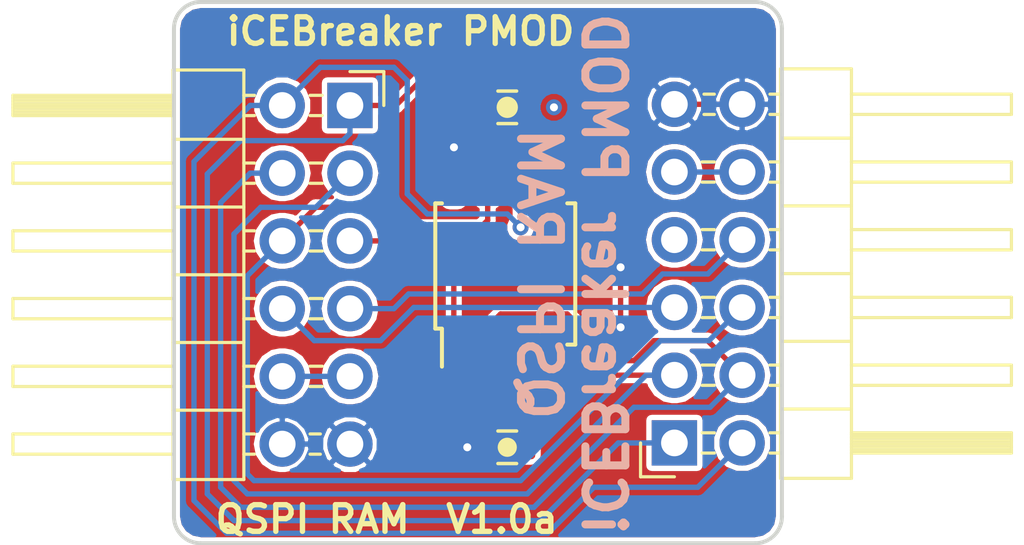
<source format=kicad_pcb>
(kicad_pcb (version 20171130) (host pcbnew "(5.0.0)")

  (general
    (thickness 1.6)
    (drawings 12)
    (tracks 114)
    (zones 0)
    (modules 6)
    (nets 12)
  )

  (page A4)
  (title_block
    (title "iCEBreaker PMOD - QSPI RAM")
    (date 2018-11-04)
    (rev V1.0a)
    (company GsD)
    (comment 2 "(C) 2018 Greg Davill <greg.davill@gmail.com>")
    (comment 3 "License: CC-BY-SA V4.0")
  )

  (layers
    (0 F.Cu signal)
    (31 B.Cu signal)
    (32 B.Adhes user)
    (33 F.Adhes user)
    (34 B.Paste user)
    (35 F.Paste user)
    (36 B.SilkS user)
    (37 F.SilkS user)
    (38 B.Mask user)
    (39 F.Mask user)
    (40 Dwgs.User user)
    (41 Cmts.User user)
    (42 Eco1.User user)
    (43 Eco2.User user)
    (44 Edge.Cuts user)
    (45 Margin user)
    (46 B.CrtYd user)
    (47 F.CrtYd user)
    (48 B.Fab user)
    (49 F.Fab user)
  )

  (setup
    (last_trace_width 0.2)
    (trace_clearance 0.2)
    (zone_clearance 0.15)
    (zone_45_only no)
    (trace_min 0.15)
    (segment_width 0.2)
    (edge_width 0.15)
    (via_size 0.6)
    (via_drill 0.3)
    (via_min_size 0.6)
    (via_min_drill 0.3)
    (uvia_size 0.3)
    (uvia_drill 0.1)
    (uvias_allowed no)
    (uvia_min_size 0.2)
    (uvia_min_drill 0.1)
    (pcb_text_width 0.3)
    (pcb_text_size 1.5 1.5)
    (mod_edge_width 0.15)
    (mod_text_size 1 1)
    (mod_text_width 0.15)
    (pad_size 1.7 1.7)
    (pad_drill 1)
    (pad_to_mask_clearance 0.05)
    (aux_axis_origin 0 0)
    (grid_origin 30 40.2)
    (visible_elements 7FFFFFFF)
    (pcbplotparams
      (layerselection 0x010fc_ffffffff)
      (usegerberextensions true)
      (usegerberattributes false)
      (usegerberadvancedattributes false)
      (creategerberjobfile false)
      (excludeedgelayer true)
      (linewidth 0.300000)
      (plotframeref false)
      (viasonmask false)
      (mode 1)
      (useauxorigin false)
      (hpglpennumber 1)
      (hpglpenspeed 20)
      (hpglpendiameter 15.000000)
      (psnegative false)
      (psa4output false)
      (plotreference true)
      (plotvalue true)
      (plotinvisibletext false)
      (padsonsilk false)
      (subtractmaskfromsilk true)
      (outputformat 1)
      (mirror false)
      (drillshape 0)
      (scaleselection 1)
      (outputdirectory "gerber"))
  )

  (net 0 "")
  (net 1 GND)
  (net 2 +3V3)
  (net 3 /D2)
  (net 4 /D3)
  (net 5 /D0)
  (net 6 /D1)
  (net 7 /CLK)
  (net 8 /CS2)
  (net 9 /CS1)
  (net 10 /CS0)
  (net 11 "Net-(J2-Pad4)")

  (net_class Default "This is the default net class."
    (clearance 0.2)
    (trace_width 0.2)
    (via_dia 0.6)
    (via_drill 0.3)
    (uvia_dia 0.3)
    (uvia_drill 0.1)
    (add_net +3V3)
    (add_net /CLK)
    (add_net /CS0)
    (add_net /CS1)
    (add_net /CS2)
    (add_net /D0)
    (add_net /D1)
    (add_net /D2)
    (add_net /D3)
    (add_net GND)
    (add_net "Net-(J2-Pad4)")
  )

  (module pkl_housings_soic:SOIC-8_5.3x5.3mm_Pitch1.27mm (layer F.Cu) (tedit 5B8B8AE4) (tstamp 5BDE82ED)
    (at 42.4 40.2 90)
    (descr "8-Lead Plastic Small Outline (SN) - Wide, 5.20 mm Body [SOIC]")
    (tags "SOIC 1.27")
    (path /5BDE9378)
    (attr smd)
    (fp_text reference U1 (at 0 -3.5 90) (layer F.Fab)
      (effects (font (size 1 1) (thickness 0.15)))
    )
    (fp_text value W25Q (at 0 3.5 90) (layer F.Fab)
      (effects (font (size 0.75 0.75) (thickness 0.15)))
    )
    (fp_text user %R (at 0 0 90) (layer F.Fab)
      (effects (font (size 0.75 0.75) (thickness 0.15)))
    )
    (fp_line (start -1.65 -2.65) (end 2.65 -2.65) (layer F.Fab) (width 0.1))
    (fp_line (start 2.65 -2.65) (end 2.65 2.65) (layer F.Fab) (width 0.1))
    (fp_line (start 2.65 2.65) (end -2.65 2.65) (layer F.Fab) (width 0.1))
    (fp_line (start -2.65 2.65) (end -2.65 -1.65) (layer F.Fab) (width 0.1))
    (fp_line (start -2.65 -1.65) (end -1.65 -2.65) (layer F.Fab) (width 0.1))
    (fp_line (start -4.5 -2.7) (end -4.5 2.7) (layer F.CrtYd) (width 0.05))
    (fp_line (start 4.5 -2.7) (end 4.5 2.7) (layer F.CrtYd) (width 0.05))
    (fp_line (start -4.5 -2.7) (end 4.5 -2.7) (layer F.CrtYd) (width 0.05))
    (fp_line (start -4.5 2.7) (end 4.5 2.7) (layer F.CrtYd) (width 0.05))
    (fp_line (start -2.05 -2.6) (end -2.05 -2.35) (layer F.SilkS) (width 0.15))
    (fp_line (start 2.65 -2.6) (end 2.65 -2.35) (layer F.SilkS) (width 0.15))
    (fp_line (start 2.65 2.65) (end 2.65 2.35) (layer F.SilkS) (width 0.15))
    (fp_line (start -2.65 2.65) (end -2.65 2.35) (layer F.SilkS) (width 0.15))
    (fp_line (start -2.05 -2.6) (end 2.65 -2.6) (layer F.SilkS) (width 0.15))
    (fp_line (start -2.65 2.65) (end 2.65 2.65) (layer F.SilkS) (width 0.15))
    (fp_line (start -2.075 -2.35) (end -3.475 -2.35) (layer F.SilkS) (width 0.15))
    (pad 1 smd roundrect (at -3.4 -1.905 90) (size 1.55 0.6) (layers F.Cu F.Paste F.Mask) (roundrect_rratio 0.25)
      (net 10 /CS0))
    (pad 2 smd roundrect (at -3.4 -0.635 90) (size 1.55 0.6) (layers F.Cu F.Paste F.Mask) (roundrect_rratio 0.25)
      (net 6 /D1))
    (pad 3 smd roundrect (at -3.4 0.635 90) (size 1.55 0.6) (layers F.Cu F.Paste F.Mask) (roundrect_rratio 0.25)
      (net 3 /D2))
    (pad 4 smd roundrect (at -3.4 1.905 90) (size 1.55 0.6) (layers F.Cu F.Paste F.Mask) (roundrect_rratio 0.25)
      (net 1 GND))
    (pad 5 smd roundrect (at 3.4 1.905 90) (size 1.55 0.6) (layers F.Cu F.Paste F.Mask) (roundrect_rratio 0.25)
      (net 5 /D0))
    (pad 6 smd roundrect (at 3.4 0.635 90) (size 1.55 0.6) (layers F.Cu F.Paste F.Mask) (roundrect_rratio 0.25)
      (net 7 /CLK))
    (pad 7 smd roundrect (at 3.4 -0.635 90) (size 1.55 0.6) (layers F.Cu F.Paste F.Mask) (roundrect_rratio 0.25)
      (net 4 /D3))
    (pad 8 smd roundrect (at 3.4 -1.905 90) (size 1.55 0.6) (layers F.Cu F.Paste F.Mask) (roundrect_rratio 0.25)
      (net 2 +3V3))
    (model ${KISYS3DMOD}/Package_SO.3dshapes/SOIC-8_3.9x4.9mm_P1.27mm.step
      (at (xyz 0 0 0))
      (scale (xyz 1 1 1))
      (rotate (xyz 0 0 0))
    )
  )

  (module LOGO (layer F.Cu) (tedit 0) (tstamp 5BDE88DE)
    (at 50.1 31.4)
    (fp_text reference G*** (at 0 0) (layer F.SilkS) hide
      (effects (font (size 1.524 1.524) (thickness 0.3)))
    )
    (fp_text value LOGO (at 0.75 0) (layer F.SilkS) hide
      (effects (font (size 1.524 1.524) (thickness 0.3)))
    )
    (fp_poly (pts (xy 0.799042 -0.677215) (xy 0.965526 -0.671416) (xy 1.0972 -0.652539) (xy 1.200244 -0.618081)
      (xy 1.280838 -0.565535) (xy 1.345165 -0.492396) (xy 1.375189 -0.443681) (xy 1.401665 -0.388228)
      (xy 1.418848 -0.328946) (xy 1.429316 -0.253115) (xy 1.43565 -0.148013) (xy 1.435777 -0.144918)
      (xy 1.435152 0.010074) (xy 1.417651 0.13319) (xy 1.381026 0.232282) (xy 1.32303 0.3152)
      (xy 1.296053 0.343018) (xy 1.22731 0.403937) (xy 1.162742 0.446726) (xy 1.092039 0.474877)
      (xy 1.004887 0.491883) (xy 0.890976 0.501234) (xy 0.820209 0.50415) (xy 0.5715 0.512459)
      (xy 0.5715 0.344546) (xy 0.762 0.344546) (xy 0.892241 0.332736) (xy 0.986089 0.317341)
      (xy 1.057908 0.292038) (xy 1.076141 0.280864) (xy 1.136614 0.230517) (xy 1.177118 0.179836)
      (xy 1.201476 0.118694) (xy 1.213512 0.036964) (xy 1.217049 -0.07548) (xy 1.217084 -0.092442)
      (xy 1.210893 -0.232907) (xy 1.189635 -0.337716) (xy 1.149273 -0.412079) (xy 1.085777 -0.461209)
      (xy 0.995112 -0.490319) (xy 0.899578 -0.502753) (xy 0.762 -0.513796) (xy 0.762 0.344546)
      (xy 0.5715 0.344546) (xy 0.5715 -0.677333) (xy 0.799042 -0.677215)) (layer F.Mask) (width 0.01))
    (fp_poly (pts (xy 0.154705 -0.430489) (xy 0.306917 -0.41275) (xy 0.319657 -0.215638) (xy 0.239204 -0.234314)
      (xy 0.151446 -0.248225) (xy 0.058696 -0.252752) (xy -0.024117 -0.247996) (xy -0.082061 -0.234061)
      (xy -0.086058 -0.232089) (xy -0.12031 -0.19425) (xy -0.123453 -0.145685) (xy -0.100541 -0.11034)
      (xy -0.068122 -0.093295) (xy -0.007842 -0.069092) (xy 0.067625 -0.042794) (xy 0.072365 -0.041258)
      (xy 0.179093 0.001667) (xy 0.26726 0.053353) (xy 0.294615 0.075447) (xy 0.342327 0.125033)
      (xy 0.364501 0.170936) (xy 0.37037 0.233619) (xy 0.370417 0.243417) (xy 0.366067 0.308772)
      (xy 0.34696 0.355218) (xy 0.304015 0.402644) (xy 0.29304 0.412829) (xy 0.228153 0.461236)
      (xy 0.157416 0.4983) (xy 0.13429 0.506335) (xy 0.052494 0.520034) (xy -0.053701 0.525544)
      (xy -0.167127 0.522688) (xy -0.270615 0.511293) (xy -0.275166 0.510505) (xy -0.319657 0.500045)
      (xy -0.342437 0.480898) (xy -0.35218 0.44055) (xy -0.355814 0.394122) (xy -0.358096 0.333218)
      (xy -0.352582 0.305609) (xy -0.336077 0.30251) (xy -0.324064 0.306832) (xy -0.27791 0.317675)
      (xy -0.203522 0.326818) (xy -0.114992 0.333445) (xy -0.02641 0.33674) (xy 0.048132 0.335887)
      (xy 0.09154 0.330906) (xy 0.142415 0.303478) (xy 0.159247 0.261603) (xy 0.138456 0.21567)
      (xy 0.133116 0.210239) (xy 0.094562 0.185929) (xy 0.029154 0.156186) (xy -0.049276 0.127266)
      (xy -0.052916 0.126076) (xy -0.180462 0.074063) (xy -0.268857 0.012519) (xy -0.320706 -0.061116)
      (xy -0.338614 -0.149407) (xy -0.338666 -0.155009) (xy -0.320054 -0.25466) (xy -0.266423 -0.334488)
      (xy -0.181084 -0.392646) (xy -0.067345 -0.427287) (xy 0.071484 -0.436561) (xy 0.154705 -0.430489)) (layer F.Mask) (width 0.01))
    (fp_poly (pts (xy -0.70987 -0.685353) (xy -0.66675 -0.673872) (xy -0.617506 -0.655302) (xy -0.591604 -0.633324)
      (xy -0.580391 -0.594585) (xy -0.575646 -0.533323) (xy -0.569209 -0.421062) (xy -0.639146 -0.458481)
      (xy -0.71829 -0.484949) (xy -0.830702 -0.496148) (xy -0.860913 -0.496659) (xy -0.973117 -0.489775)
      (xy -1.055481 -0.463915) (xy -1.118412 -0.413221) (xy -1.17232 -0.331835) (xy -1.180041 -0.317068)
      (xy -1.21569 -0.214662) (xy -1.229348 -0.099035) (xy -1.222546 0.019261) (xy -1.196811 0.129679)
      (xy -1.153672 0.221667) (xy -1.094658 0.284677) (xy -1.092663 0.286006) (xy -1.017767 0.31803)
      (xy -0.92477 0.335324) (xy -0.836427 0.334243) (xy -0.816195 0.330295) (xy -0.788546 0.320976)
      (xy -0.772371 0.303803) (xy -0.764601 0.269047) (xy -0.762171 0.206977) (xy -0.762 0.158347)
      (xy -0.762 0) (xy -0.994833 0) (xy -0.994833 -0.169333) (xy -0.5715 -0.169333)
      (xy -0.5715 0.460088) (xy -0.694597 0.494627) (xy -0.814113 0.518523) (xy -0.935962 0.526528)
      (xy -1.043225 0.517995) (xy -1.079637 0.50939) (xy -1.211777 0.450432) (xy -1.313688 0.362812)
      (xy -1.385753 0.245914) (xy -1.428354 0.099122) (xy -1.441886 -0.074083) (xy -1.428174 -0.247412)
      (xy -1.386548 -0.390817) (xy -1.315436 -0.507515) (xy -1.213263 -0.600723) (xy -1.171213 -0.627609)
      (xy -1.073986 -0.667175) (xy -0.953563 -0.691008) (xy -0.82663 -0.697577) (xy -0.70987 -0.685353)) (layer F.Mask) (width 0.01))
    (fp_poly (pts (xy 0.809625 -0.656049) (xy 0.948894 -0.652824) (xy 1.055352 -0.641742) (xy 1.138164 -0.620435)
      (xy 1.206496 -0.586535) (xy 1.269512 -0.537672) (xy 1.270237 -0.537018) (xy 1.340037 -0.45732)
      (xy 1.386054 -0.362298) (xy 1.410458 -0.244688) (xy 1.415419 -0.097228) (xy 1.413931 -0.056017)
      (xy 1.39408 0.106816) (xy 1.349894 0.237949) (xy 1.279148 0.339287) (xy 1.179619 0.412731)
      (xy 1.049083 0.460187) (xy 0.885316 0.483556) (xy 0.779803 0.486833) (xy 0.592667 0.486833)
      (xy 0.592667 0.338667) (xy 0.762 0.338667) (xy 0.884039 0.338667) (xy 0.998972 0.327347)
      (xy 1.079303 0.299395) (xy 1.160578 0.233792) (xy 1.215228 0.137724) (xy 1.243868 0.009786)
      (xy 1.248834 -0.087568) (xy 1.23982 -0.236059) (xy 1.21085 -0.349515) (xy 1.159033 -0.431642)
      (xy 1.081476 -0.486148) (xy 0.975288 -0.516738) (xy 0.908005 -0.524408) (xy 0.762 -0.534855)
      (xy 0.762 0.338667) (xy 0.592667 0.338667) (xy 0.592667 -0.656167) (xy 0.809625 -0.656049)) (layer F.Cu) (width 0.01))
    (fp_poly (pts (xy 0.162577 -0.408638) (xy 0.231651 -0.397665) (xy 0.269226 -0.38476) (xy 0.285863 -0.363181)
      (xy 0.292122 -0.326181) (xy 0.292151 -0.325883) (xy 0.298552 -0.260216) (xy 0.140244 -0.270375)
      (xy 0.023554 -0.274289) (xy -0.058453 -0.267638) (xy -0.112413 -0.249068) (xy -0.144962 -0.217221)
      (xy -0.1483 -0.211417) (xy -0.159408 -0.158528) (xy -0.131713 -0.111118) (xy -0.063856 -0.06759)
      (xy -0.005378 -0.043426) (xy 0.120986 0.004376) (xy 0.212326 0.044812) (xy 0.274186 0.082617)
      (xy 0.312111 0.122522) (xy 0.331646 0.16926) (xy 0.338334 0.227561) (xy 0.338667 0.250217)
      (xy 0.332061 0.319458) (xy 0.306108 0.369754) (xy 0.275785 0.401589) (xy 0.193201 0.454029)
      (xy 0.081845 0.489442) (xy -0.047579 0.506087) (xy -0.184364 0.50222) (xy -0.264583 0.489528)
      (xy -0.310364 0.472303) (xy -0.330277 0.436937) (xy -0.334784 0.40645) (xy -0.341485 0.336834)
      (xy -0.228951 0.353625) (xy -0.077646 0.369325) (xy 0.038464 0.366191) (xy 0.11832 0.344321)
      (xy 0.151534 0.318598) (xy 0.179753 0.277874) (xy 0.1905 0.251655) (xy 0.170586 0.212403)
      (xy 0.114686 0.169922) (xy 0.028559 0.127998) (xy -0.031142 0.106035) (xy -0.115912 0.072019)
      (xy -0.195079 0.030549) (xy -0.245396 -0.004577) (xy -0.292577 -0.05312) (xy -0.313312 -0.100997)
      (xy -0.3175 -0.159315) (xy -0.298442 -0.24985) (xy -0.244324 -0.323152) (xy -0.159727 -0.376842)
      (xy -0.04923 -0.40854) (xy 0.082583 -0.415868) (xy 0.162577 -0.408638)) (layer F.Cu) (width 0.01))
    (fp_poly (pts (xy -0.729586 -0.662399) (xy -0.677333 -0.647505) (xy -0.626418 -0.62313) (xy -0.603622 -0.588205)
      (xy -0.59668 -0.543282) (xy -0.593267 -0.492195) (xy -0.600915 -0.471095) (xy -0.629252 -0.474961)
      (xy -0.684652 -0.497417) (xy -0.793084 -0.52487) (xy -0.911313 -0.52619) (xy -1.021487 -0.502134)
      (xy -1.067329 -0.481194) (xy -1.152001 -0.414193) (xy -1.209167 -0.323118) (xy -1.240724 -0.203739)
      (xy -1.248833 -0.077437) (xy -1.235812 0.076285) (xy -1.196686 0.196724) (xy -1.131367 0.283993)
      (xy -1.039764 0.338206) (xy -0.921786 0.359477) (xy -0.902158 0.359833) (xy -0.827591 0.358133)
      (xy -0.78048 0.347764) (xy -0.754524 0.320825) (xy -0.743421 0.269416) (xy -0.740872 0.185636)
      (xy -0.740833 0.157542) (xy -0.740833 -0.019054) (xy -0.862541 -0.025402) (xy -0.931356 -0.030401)
      (xy -0.968596 -0.039801) (xy -0.985008 -0.059004) (xy -0.990947 -0.089958) (xy -0.997645 -0.148167)
      (xy -0.592666 -0.148167) (xy -0.592666 0.440359) (xy -0.661458 0.46483) (xy -0.746414 0.485276)
      (xy -0.850823 0.496713) (xy -0.957542 0.498477) (xy -1.049423 0.489902) (xy -1.085247 0.481267)
      (xy -1.208581 0.422253) (xy -1.302342 0.335079) (xy -1.367447 0.218338) (xy -1.404808 0.070623)
      (xy -1.413852 -0.024121) (xy -1.40885 -0.20249) (xy -1.373738 -0.351868) (xy -1.307754 -0.47377)
      (xy -1.210142 -0.569709) (xy -1.111404 -0.627564) (xy -0.992941 -0.664104) (xy -0.859141 -0.676016)
      (xy -0.729586 -0.662399)) (layer F.Cu) (width 0.01))
  )

  (module pkl_dipol:C_0603 (layer F.Cu) (tedit 552C8666) (tstamp 5ADF93D3)
    (at 42.5 46.7)
    (descr "Capacitor SMD 0603, reflow soldering")
    (tags "capacitor 0603")
    (path /5ADF32E3)
    (attr smd)
    (fp_text reference C1 (at 0 -1.1) (layer F.Fab)
      (effects (font (size 0.635 0.635) (thickness 0.1)))
    )
    (fp_text value 10u (at 0 1.2) (layer F.Fab)
      (effects (font (size 0.635 0.635) (thickness 0.1)))
    )
    (fp_circle (center 0 0) (end 0 -0.18) (layer F.SilkS) (width 0.36))
    (fp_line (start -1.175 -0.725) (end 1.175 -0.725) (layer F.CrtYd) (width 0.05))
    (fp_line (start -1.175 0.725) (end 1.175 0.725) (layer F.CrtYd) (width 0.05))
    (fp_line (start -1.175 -0.725) (end -1.175 0.725) (layer F.CrtYd) (width 0.05))
    (fp_line (start 1.175 -0.725) (end 1.175 0.725) (layer F.CrtYd) (width 0.05))
    (fp_line (start -0.35 -0.61) (end 0.35 -0.61) (layer F.SilkS) (width 0.13))
    (fp_line (start 0.35 0.61) (end -0.35 0.61) (layer F.SilkS) (width 0.13))
    (pad 1 smd roundrect (at -0.75 0) (size 0.6 0.9) (layers F.Cu F.Paste F.Mask) (roundrect_rratio 0.25)
      (net 2 +3V3))
    (pad 2 smd roundrect (at 0.75 0) (size 0.6 0.9) (layers F.Cu F.Paste F.Mask) (roundrect_rratio 0.25)
      (net 1 GND))
    (model ${KISYS3DMOD}/Capacitor_SMD.3dshapes/C_0603_1608Metric.step
      (at (xyz 0 0 0))
      (scale (xyz 1 1 1))
      (rotate (xyz 0 0 0))
    )
  )

  (module pkl_connectors:PMODHeader_2x06_P2.54mm_Horizontal (layer F.Cu) (tedit 5AECF65A) (tstamp 5AEDD631)
    (at 36.6 46.58 180)
    (descr "Through hole angled pin header, 2x06, 2.54mm pitch, 6mm pin length, double rows")
    (tags "Through hole angled pin header THT 2x06 2.54mm double row")
    (path /5ADECDD2)
    (fp_text reference J1 (at 5.655 -2.27 180) (layer F.Fab)
      (effects (font (size 1 1) (thickness 0.15)))
    )
    (fp_text value PMOD (at 5.655 14.97 180) (layer F.Fab)
      (effects (font (size 1 1) (thickness 0.15)))
    )
    (fp_line (start 4.064 -1.27) (end 6.58 -1.27) (layer F.Fab) (width 0.1))
    (fp_line (start 6.58 -1.27) (end 6.58 13.97) (layer F.Fab) (width 0.1))
    (fp_line (start 6.58 13.97) (end 4.699 13.97) (layer F.Fab) (width 0.1))
    (fp_line (start 4.064 13.335) (end 4.064 -1.27) (layer F.Fab) (width 0.1))
    (fp_line (start 4.04 13.335) (end 4.675 13.97) (layer F.Fab) (width 0.1))
    (fp_line (start -0.32 -0.32) (end 4.04 -0.32) (layer F.Fab) (width 0.1))
    (fp_line (start -0.32 -0.32) (end -0.32 0.32) (layer F.Fab) (width 0.1))
    (fp_line (start -0.32 0.32) (end 4.04 0.32) (layer F.Fab) (width 0.1))
    (fp_line (start 6.58 -0.32) (end 12.58 -0.32) (layer F.Fab) (width 0.1))
    (fp_line (start 12.58 -0.32) (end 12.58 0.32) (layer F.Fab) (width 0.1))
    (fp_line (start 6.58 0.32) (end 12.58 0.32) (layer F.Fab) (width 0.1))
    (fp_line (start -0.32 2.22) (end 4.04 2.22) (layer F.Fab) (width 0.1))
    (fp_line (start -0.32 2.22) (end -0.32 2.86) (layer F.Fab) (width 0.1))
    (fp_line (start -0.32 2.86) (end 4.04 2.86) (layer F.Fab) (width 0.1))
    (fp_line (start 6.58 2.22) (end 12.58 2.22) (layer F.Fab) (width 0.1))
    (fp_line (start 12.58 2.22) (end 12.58 2.86) (layer F.Fab) (width 0.1))
    (fp_line (start 6.58 2.86) (end 12.58 2.86) (layer F.Fab) (width 0.1))
    (fp_line (start -0.32 4.76) (end 4.04 4.76) (layer F.Fab) (width 0.1))
    (fp_line (start -0.32 4.76) (end -0.32 5.4) (layer F.Fab) (width 0.1))
    (fp_line (start -0.32 5.4) (end 4.04 5.4) (layer F.Fab) (width 0.1))
    (fp_line (start 6.58 4.76) (end 12.58 4.76) (layer F.Fab) (width 0.1))
    (fp_line (start 12.58 4.76) (end 12.58 5.4) (layer F.Fab) (width 0.1))
    (fp_line (start 6.58 5.4) (end 12.58 5.4) (layer F.Fab) (width 0.1))
    (fp_line (start -0.32 7.3) (end 4.04 7.3) (layer F.Fab) (width 0.1))
    (fp_line (start -0.32 7.3) (end -0.32 7.94) (layer F.Fab) (width 0.1))
    (fp_line (start -0.32 7.94) (end 4.04 7.94) (layer F.Fab) (width 0.1))
    (fp_line (start 6.58 7.3) (end 12.58 7.3) (layer F.Fab) (width 0.1))
    (fp_line (start 12.58 7.3) (end 12.58 7.94) (layer F.Fab) (width 0.1))
    (fp_line (start 6.58 7.94) (end 12.58 7.94) (layer F.Fab) (width 0.1))
    (fp_line (start -0.32 9.84) (end 4.04 9.84) (layer F.Fab) (width 0.1))
    (fp_line (start -0.32 9.84) (end -0.32 10.48) (layer F.Fab) (width 0.1))
    (fp_line (start -0.32 10.48) (end 4.04 10.48) (layer F.Fab) (width 0.1))
    (fp_line (start 6.58 9.84) (end 12.58 9.84) (layer F.Fab) (width 0.1))
    (fp_line (start 12.58 9.84) (end 12.58 10.48) (layer F.Fab) (width 0.1))
    (fp_line (start 6.58 10.48) (end 12.58 10.48) (layer F.Fab) (width 0.1))
    (fp_line (start -0.32 12.38) (end 4.04 12.38) (layer F.Fab) (width 0.1))
    (fp_line (start -0.32 12.38) (end -0.32 13.02) (layer F.Fab) (width 0.1))
    (fp_line (start -0.32 13.02) (end 4.04 13.02) (layer F.Fab) (width 0.1))
    (fp_line (start 6.58 12.38) (end 12.58 12.38) (layer F.Fab) (width 0.1))
    (fp_line (start 12.58 12.38) (end 12.58 13.02) (layer F.Fab) (width 0.1))
    (fp_line (start 6.58 13.02) (end 12.58 13.02) (layer F.Fab) (width 0.1))
    (fp_line (start 3.98 -1.33) (end 3.98 14.03) (layer F.SilkS) (width 0.12))
    (fp_line (start 3.98 14.03) (end 6.64 14.03) (layer F.SilkS) (width 0.12))
    (fp_line (start 6.64 14.03) (end 6.64 -1.33) (layer F.SilkS) (width 0.12))
    (fp_line (start 6.64 -1.33) (end 3.98 -1.33) (layer F.SilkS) (width 0.12))
    (fp_line (start 6.64 -0.38) (end 12.64 -0.38) (layer F.SilkS) (width 0.12))
    (fp_line (start 12.64 -0.38) (end 12.64 0.38) (layer F.SilkS) (width 0.12))
    (fp_line (start 12.64 0.38) (end 6.64 0.38) (layer F.SilkS) (width 0.12))
    (fp_line (start 6.64 12.38) (end 12.64 12.38) (layer F.SilkS) (width 0.12))
    (fp_line (start 6.64 12.5) (end 12.64 12.5) (layer F.SilkS) (width 0.12))
    (fp_line (start 6.64 12.62) (end 12.64 12.62) (layer F.SilkS) (width 0.12))
    (fp_line (start 6.64 12.74) (end 12.64 12.74) (layer F.SilkS) (width 0.12))
    (fp_line (start 6.64 12.86) (end 12.64 12.86) (layer F.SilkS) (width 0.12))
    (fp_line (start 6.64 12.98) (end 12.64 12.98) (layer F.SilkS) (width 0.12))
    (fp_line (start 3.582929 -0.38) (end 3.98 -0.38) (layer F.SilkS) (width 0.12))
    (fp_line (start 3.582929 0.38) (end 3.98 0.38) (layer F.SilkS) (width 0.12))
    (fp_line (start 1.11 -0.38) (end 1.497071 -0.38) (layer F.SilkS) (width 0.12))
    (fp_line (start 1.11 0.38) (end 1.497071 0.38) (layer F.SilkS) (width 0.12))
    (fp_line (start 3.98 1.27) (end 6.64 1.27) (layer F.SilkS) (width 0.12))
    (fp_line (start 6.64 2.16) (end 12.64 2.16) (layer F.SilkS) (width 0.12))
    (fp_line (start 12.64 2.16) (end 12.64 2.92) (layer F.SilkS) (width 0.12))
    (fp_line (start 12.64 2.92) (end 6.64 2.92) (layer F.SilkS) (width 0.12))
    (fp_line (start 3.582929 2.16) (end 3.98 2.16) (layer F.SilkS) (width 0.12))
    (fp_line (start 3.582929 2.92) (end 3.98 2.92) (layer F.SilkS) (width 0.12))
    (fp_line (start 1.042929 2.16) (end 1.497071 2.16) (layer F.SilkS) (width 0.12))
    (fp_line (start 1.042929 2.92) (end 1.497071 2.92) (layer F.SilkS) (width 0.12))
    (fp_line (start 3.98 3.81) (end 6.64 3.81) (layer F.SilkS) (width 0.12))
    (fp_line (start 6.64 4.7) (end 12.64 4.7) (layer F.SilkS) (width 0.12))
    (fp_line (start 12.64 4.7) (end 12.64 5.46) (layer F.SilkS) (width 0.12))
    (fp_line (start 12.64 5.46) (end 6.64 5.46) (layer F.SilkS) (width 0.12))
    (fp_line (start 3.582929 4.7) (end 3.98 4.7) (layer F.SilkS) (width 0.12))
    (fp_line (start 3.582929 5.46) (end 3.98 5.46) (layer F.SilkS) (width 0.12))
    (fp_line (start 1.042929 4.7) (end 1.497071 4.7) (layer F.SilkS) (width 0.12))
    (fp_line (start 1.042929 5.46) (end 1.497071 5.46) (layer F.SilkS) (width 0.12))
    (fp_line (start 3.98 6.35) (end 6.64 6.35) (layer F.SilkS) (width 0.12))
    (fp_line (start 6.64 7.24) (end 12.64 7.24) (layer F.SilkS) (width 0.12))
    (fp_line (start 12.64 7.24) (end 12.64 8) (layer F.SilkS) (width 0.12))
    (fp_line (start 12.64 8) (end 6.64 8) (layer F.SilkS) (width 0.12))
    (fp_line (start 3.582929 7.24) (end 3.98 7.24) (layer F.SilkS) (width 0.12))
    (fp_line (start 3.582929 8) (end 3.98 8) (layer F.SilkS) (width 0.12))
    (fp_line (start 1.042929 7.24) (end 1.497071 7.24) (layer F.SilkS) (width 0.12))
    (fp_line (start 1.042929 8) (end 1.497071 8) (layer F.SilkS) (width 0.12))
    (fp_line (start 3.98 8.89) (end 6.64 8.89) (layer F.SilkS) (width 0.12))
    (fp_line (start 6.64 9.78) (end 12.64 9.78) (layer F.SilkS) (width 0.12))
    (fp_line (start 12.64 9.78) (end 12.64 10.54) (layer F.SilkS) (width 0.12))
    (fp_line (start 12.64 10.54) (end 6.64 10.54) (layer F.SilkS) (width 0.12))
    (fp_line (start 3.582929 9.78) (end 3.98 9.78) (layer F.SilkS) (width 0.12))
    (fp_line (start 3.582929 10.54) (end 3.98 10.54) (layer F.SilkS) (width 0.12))
    (fp_line (start 1.042929 9.78) (end 1.497071 9.78) (layer F.SilkS) (width 0.12))
    (fp_line (start 1.042929 10.54) (end 1.497071 10.54) (layer F.SilkS) (width 0.12))
    (fp_line (start 3.98 11.43) (end 6.64 11.43) (layer F.SilkS) (width 0.12))
    (fp_line (start 6.64 12.32) (end 12.64 12.32) (layer F.SilkS) (width 0.12))
    (fp_line (start 12.64 12.32) (end 12.64 13.08) (layer F.SilkS) (width 0.12))
    (fp_line (start 12.64 13.08) (end 6.64 13.08) (layer F.SilkS) (width 0.12))
    (fp_line (start 3.582929 12.32) (end 3.98 12.32) (layer F.SilkS) (width 0.12))
    (fp_line (start 3.582929 13.08) (end 3.98 13.08) (layer F.SilkS) (width 0.12))
    (fp_line (start 1.042929 12.32) (end 1.497071 12.32) (layer F.SilkS) (width 0.12))
    (fp_line (start 1.042929 13.08) (end 1.497071 13.08) (layer F.SilkS) (width 0.12))
    (fp_line (start 0 13.97) (end -1.27 13.97) (layer F.SilkS) (width 0.12))
    (fp_line (start -1.27 13.97) (end -1.27 12.7) (layer F.SilkS) (width 0.12))
    (fp_line (start -1.8 -1.8) (end -1.8 14.5) (layer F.CrtYd) (width 0.05))
    (fp_line (start -1.8 14.5) (end 13.1 14.5) (layer F.CrtYd) (width 0.05))
    (fp_line (start 13.1 14.5) (end 13.1 -1.8) (layer F.CrtYd) (width 0.05))
    (fp_line (start 13.1 -1.8) (end -1.8 -1.8) (layer F.CrtYd) (width 0.05))
    (pad 6 thru_hole circle (at 0 0 180) (size 1.7 1.7) (drill 1) (layers *.Cu *.Mask)
      (net 2 +3V3))
    (pad 12 thru_hole oval (at 2.54 0 180) (size 1.7 1.7) (drill 1) (layers *.Cu *.Mask)
      (net 2 +3V3))
    (pad 5 thru_hole oval (at 0 2.54 180) (size 1.7 1.7) (drill 1) (layers *.Cu *.Mask)
      (net 1 GND))
    (pad 11 thru_hole oval (at 2.54 2.54 180) (size 1.7 1.7) (drill 1) (layers *.Cu *.Mask)
      (net 1 GND))
    (pad 4 thru_hole oval (at 0 5.08 180) (size 1.7 1.7) (drill 1) (layers *.Cu *.Mask)
      (net 8 /CS2))
    (pad 10 thru_hole oval (at 2.54 5.08 180) (size 1.7 1.7) (drill 1) (layers *.Cu *.Mask)
      (net 9 /CS1))
    (pad 3 thru_hole oval (at 0 7.62 180) (size 1.7 1.7) (drill 1) (layers *.Cu *.Mask)
      (net 10 /CS0))
    (pad 9 thru_hole oval (at 2.54 7.62 180) (size 1.7 1.7) (drill 1) (layers *.Cu *.Mask)
      (net 4 /D3))
    (pad 2 thru_hole oval (at 0 10.16 180) (size 1.7 1.7) (drill 1) (layers *.Cu *.Mask)
      (net 3 /D2))
    (pad 8 thru_hole oval (at 2.54 10.16 180) (size 1.7 1.7) (drill 1) (layers *.Cu *.Mask)
      (net 6 /D1))
    (pad 1 thru_hole rect (at 0 12.7 180) (size 1.7 1.7) (drill 1) (layers *.Cu *.Mask)
      (net 5 /D0))
    (pad 7 thru_hole circle (at 2.54 12.7 180) (size 1.7 1.7) (drill 1) (layers *.Cu *.Mask)
      (net 7 /CLK))
    (model ${KISYS3DMOD}/Connector_PinHeader_2.54mm.3dshapes/PinHeader_2x06_P2.54mm_Horizontal.step
      (at (xyz 0 0 0))
      (scale (xyz 1 1 1))
      (rotate (xyz 0 0 0))
    )
  )

  (module pkl_dipol:C_0603 (layer F.Cu) (tedit 5B8B5957) (tstamp 5BDE9845)
    (at 42.5 33.95)
    (descr "Capacitor SMD 0603, reflow soldering")
    (tags "capacitor 0603")
    (path /5BDEACD7)
    (attr smd)
    (fp_text reference C2 (at 0 -1.1) (layer F.Fab)
      (effects (font (size 0.635 0.635) (thickness 0.1)))
    )
    (fp_text value 100n (at 0 1.2) (layer F.Fab)
      (effects (font (size 0.635 0.635) (thickness 0.1)))
    )
    (fp_circle (center 0 0) (end 0.2 0) (layer F.SilkS) (width 0.4))
    (fp_line (start -1.175 -0.725) (end 1.175 -0.725) (layer F.CrtYd) (width 0.05))
    (fp_line (start -1.175 0.725) (end 1.175 0.725) (layer F.CrtYd) (width 0.05))
    (fp_line (start -1.175 -0.725) (end -1.175 0.725) (layer F.CrtYd) (width 0.05))
    (fp_line (start 1.175 -0.725) (end 1.175 0.725) (layer F.CrtYd) (width 0.05))
    (fp_line (start -0.35 -0.61) (end 0.35 -0.61) (layer F.SilkS) (width 0.13))
    (fp_line (start 0.35 0.61) (end -0.35 0.61) (layer F.SilkS) (width 0.13))
    (pad 1 smd roundrect (at -0.75 0) (size 0.6 0.9) (layers F.Cu F.Paste F.Mask) (roundrect_rratio 0.25)
      (net 2 +3V3))
    (pad 2 smd roundrect (at 0.75 0) (size 0.6 0.9) (layers F.Cu F.Paste F.Mask) (roundrect_rratio 0.25)
      (net 1 GND))
    (model ${KISYS3DMOD}/Capacitor_SMD.3dshapes/C_0603_1608Metric.step
      (at (xyz 0 0 0))
      (scale (xyz 1 1 1))
      (rotate (xyz 0 0 0))
    )
  )

  (module pkl_connectors:PMODHeader_2x06_P2.54mm_Horizontal (layer F.Cu) (tedit 5AECF65A) (tstamp 5BDE98BD)
    (at 48.768501 33.836501)
    (descr "Through hole angled pin header, 2x06, 2.54mm pitch, 6mm pin length, double rows")
    (tags "Through hole angled pin header THT 2x06 2.54mm double row")
    (path /5BDEACAA)
    (fp_text reference J2 (at 5.655 -2.27) (layer F.Fab)
      (effects (font (size 1 1) (thickness 0.15)))
    )
    (fp_text value PMOD (at 5.655 14.97) (layer F.Fab)
      (effects (font (size 1 1) (thickness 0.15)))
    )
    (fp_line (start 4.064 -1.27) (end 6.58 -1.27) (layer F.Fab) (width 0.1))
    (fp_line (start 6.58 -1.27) (end 6.58 13.97) (layer F.Fab) (width 0.1))
    (fp_line (start 6.58 13.97) (end 4.699 13.97) (layer F.Fab) (width 0.1))
    (fp_line (start 4.064 13.335) (end 4.064 -1.27) (layer F.Fab) (width 0.1))
    (fp_line (start 4.04 13.335) (end 4.675 13.97) (layer F.Fab) (width 0.1))
    (fp_line (start -0.32 -0.32) (end 4.04 -0.32) (layer F.Fab) (width 0.1))
    (fp_line (start -0.32 -0.32) (end -0.32 0.32) (layer F.Fab) (width 0.1))
    (fp_line (start -0.32 0.32) (end 4.04 0.32) (layer F.Fab) (width 0.1))
    (fp_line (start 6.58 -0.32) (end 12.58 -0.32) (layer F.Fab) (width 0.1))
    (fp_line (start 12.58 -0.32) (end 12.58 0.32) (layer F.Fab) (width 0.1))
    (fp_line (start 6.58 0.32) (end 12.58 0.32) (layer F.Fab) (width 0.1))
    (fp_line (start -0.32 2.22) (end 4.04 2.22) (layer F.Fab) (width 0.1))
    (fp_line (start -0.32 2.22) (end -0.32 2.86) (layer F.Fab) (width 0.1))
    (fp_line (start -0.32 2.86) (end 4.04 2.86) (layer F.Fab) (width 0.1))
    (fp_line (start 6.58 2.22) (end 12.58 2.22) (layer F.Fab) (width 0.1))
    (fp_line (start 12.58 2.22) (end 12.58 2.86) (layer F.Fab) (width 0.1))
    (fp_line (start 6.58 2.86) (end 12.58 2.86) (layer F.Fab) (width 0.1))
    (fp_line (start -0.32 4.76) (end 4.04 4.76) (layer F.Fab) (width 0.1))
    (fp_line (start -0.32 4.76) (end -0.32 5.4) (layer F.Fab) (width 0.1))
    (fp_line (start -0.32 5.4) (end 4.04 5.4) (layer F.Fab) (width 0.1))
    (fp_line (start 6.58 4.76) (end 12.58 4.76) (layer F.Fab) (width 0.1))
    (fp_line (start 12.58 4.76) (end 12.58 5.4) (layer F.Fab) (width 0.1))
    (fp_line (start 6.58 5.4) (end 12.58 5.4) (layer F.Fab) (width 0.1))
    (fp_line (start -0.32 7.3) (end 4.04 7.3) (layer F.Fab) (width 0.1))
    (fp_line (start -0.32 7.3) (end -0.32 7.94) (layer F.Fab) (width 0.1))
    (fp_line (start -0.32 7.94) (end 4.04 7.94) (layer F.Fab) (width 0.1))
    (fp_line (start 6.58 7.3) (end 12.58 7.3) (layer F.Fab) (width 0.1))
    (fp_line (start 12.58 7.3) (end 12.58 7.94) (layer F.Fab) (width 0.1))
    (fp_line (start 6.58 7.94) (end 12.58 7.94) (layer F.Fab) (width 0.1))
    (fp_line (start -0.32 9.84) (end 4.04 9.84) (layer F.Fab) (width 0.1))
    (fp_line (start -0.32 9.84) (end -0.32 10.48) (layer F.Fab) (width 0.1))
    (fp_line (start -0.32 10.48) (end 4.04 10.48) (layer F.Fab) (width 0.1))
    (fp_line (start 6.58 9.84) (end 12.58 9.84) (layer F.Fab) (width 0.1))
    (fp_line (start 12.58 9.84) (end 12.58 10.48) (layer F.Fab) (width 0.1))
    (fp_line (start 6.58 10.48) (end 12.58 10.48) (layer F.Fab) (width 0.1))
    (fp_line (start -0.32 12.38) (end 4.04 12.38) (layer F.Fab) (width 0.1))
    (fp_line (start -0.32 12.38) (end -0.32 13.02) (layer F.Fab) (width 0.1))
    (fp_line (start -0.32 13.02) (end 4.04 13.02) (layer F.Fab) (width 0.1))
    (fp_line (start 6.58 12.38) (end 12.58 12.38) (layer F.Fab) (width 0.1))
    (fp_line (start 12.58 12.38) (end 12.58 13.02) (layer F.Fab) (width 0.1))
    (fp_line (start 6.58 13.02) (end 12.58 13.02) (layer F.Fab) (width 0.1))
    (fp_line (start 3.98 -1.33) (end 3.98 14.03) (layer F.SilkS) (width 0.12))
    (fp_line (start 3.98 14.03) (end 6.64 14.03) (layer F.SilkS) (width 0.12))
    (fp_line (start 6.64 14.03) (end 6.64 -1.33) (layer F.SilkS) (width 0.12))
    (fp_line (start 6.64 -1.33) (end 3.98 -1.33) (layer F.SilkS) (width 0.12))
    (fp_line (start 6.64 -0.38) (end 12.64 -0.38) (layer F.SilkS) (width 0.12))
    (fp_line (start 12.64 -0.38) (end 12.64 0.38) (layer F.SilkS) (width 0.12))
    (fp_line (start 12.64 0.38) (end 6.64 0.38) (layer F.SilkS) (width 0.12))
    (fp_line (start 6.64 12.38) (end 12.64 12.38) (layer F.SilkS) (width 0.12))
    (fp_line (start 6.64 12.5) (end 12.64 12.5) (layer F.SilkS) (width 0.12))
    (fp_line (start 6.64 12.62) (end 12.64 12.62) (layer F.SilkS) (width 0.12))
    (fp_line (start 6.64 12.74) (end 12.64 12.74) (layer F.SilkS) (width 0.12))
    (fp_line (start 6.64 12.86) (end 12.64 12.86) (layer F.SilkS) (width 0.12))
    (fp_line (start 6.64 12.98) (end 12.64 12.98) (layer F.SilkS) (width 0.12))
    (fp_line (start 3.582929 -0.38) (end 3.98 -0.38) (layer F.SilkS) (width 0.12))
    (fp_line (start 3.582929 0.38) (end 3.98 0.38) (layer F.SilkS) (width 0.12))
    (fp_line (start 1.11 -0.38) (end 1.497071 -0.38) (layer F.SilkS) (width 0.12))
    (fp_line (start 1.11 0.38) (end 1.497071 0.38) (layer F.SilkS) (width 0.12))
    (fp_line (start 3.98 1.27) (end 6.64 1.27) (layer F.SilkS) (width 0.12))
    (fp_line (start 6.64 2.16) (end 12.64 2.16) (layer F.SilkS) (width 0.12))
    (fp_line (start 12.64 2.16) (end 12.64 2.92) (layer F.SilkS) (width 0.12))
    (fp_line (start 12.64 2.92) (end 6.64 2.92) (layer F.SilkS) (width 0.12))
    (fp_line (start 3.582929 2.16) (end 3.98 2.16) (layer F.SilkS) (width 0.12))
    (fp_line (start 3.582929 2.92) (end 3.98 2.92) (layer F.SilkS) (width 0.12))
    (fp_line (start 1.042929 2.16) (end 1.497071 2.16) (layer F.SilkS) (width 0.12))
    (fp_line (start 1.042929 2.92) (end 1.497071 2.92) (layer F.SilkS) (width 0.12))
    (fp_line (start 3.98 3.81) (end 6.64 3.81) (layer F.SilkS) (width 0.12))
    (fp_line (start 6.64 4.7) (end 12.64 4.7) (layer F.SilkS) (width 0.12))
    (fp_line (start 12.64 4.7) (end 12.64 5.46) (layer F.SilkS) (width 0.12))
    (fp_line (start 12.64 5.46) (end 6.64 5.46) (layer F.SilkS) (width 0.12))
    (fp_line (start 3.582929 4.7) (end 3.98 4.7) (layer F.SilkS) (width 0.12))
    (fp_line (start 3.582929 5.46) (end 3.98 5.46) (layer F.SilkS) (width 0.12))
    (fp_line (start 1.042929 4.7) (end 1.497071 4.7) (layer F.SilkS) (width 0.12))
    (fp_line (start 1.042929 5.46) (end 1.497071 5.46) (layer F.SilkS) (width 0.12))
    (fp_line (start 3.98 6.35) (end 6.64 6.35) (layer F.SilkS) (width 0.12))
    (fp_line (start 6.64 7.24) (end 12.64 7.24) (layer F.SilkS) (width 0.12))
    (fp_line (start 12.64 7.24) (end 12.64 8) (layer F.SilkS) (width 0.12))
    (fp_line (start 12.64 8) (end 6.64 8) (layer F.SilkS) (width 0.12))
    (fp_line (start 3.582929 7.24) (end 3.98 7.24) (layer F.SilkS) (width 0.12))
    (fp_line (start 3.582929 8) (end 3.98 8) (layer F.SilkS) (width 0.12))
    (fp_line (start 1.042929 7.24) (end 1.497071 7.24) (layer F.SilkS) (width 0.12))
    (fp_line (start 1.042929 8) (end 1.497071 8) (layer F.SilkS) (width 0.12))
    (fp_line (start 3.98 8.89) (end 6.64 8.89) (layer F.SilkS) (width 0.12))
    (fp_line (start 6.64 9.78) (end 12.64 9.78) (layer F.SilkS) (width 0.12))
    (fp_line (start 12.64 9.78) (end 12.64 10.54) (layer F.SilkS) (width 0.12))
    (fp_line (start 12.64 10.54) (end 6.64 10.54) (layer F.SilkS) (width 0.12))
    (fp_line (start 3.582929 9.78) (end 3.98 9.78) (layer F.SilkS) (width 0.12))
    (fp_line (start 3.582929 10.54) (end 3.98 10.54) (layer F.SilkS) (width 0.12))
    (fp_line (start 1.042929 9.78) (end 1.497071 9.78) (layer F.SilkS) (width 0.12))
    (fp_line (start 1.042929 10.54) (end 1.497071 10.54) (layer F.SilkS) (width 0.12))
    (fp_line (start 3.98 11.43) (end 6.64 11.43) (layer F.SilkS) (width 0.12))
    (fp_line (start 6.64 12.32) (end 12.64 12.32) (layer F.SilkS) (width 0.12))
    (fp_line (start 12.64 12.32) (end 12.64 13.08) (layer F.SilkS) (width 0.12))
    (fp_line (start 12.64 13.08) (end 6.64 13.08) (layer F.SilkS) (width 0.12))
    (fp_line (start 3.582929 12.32) (end 3.98 12.32) (layer F.SilkS) (width 0.12))
    (fp_line (start 3.582929 13.08) (end 3.98 13.08) (layer F.SilkS) (width 0.12))
    (fp_line (start 1.042929 12.32) (end 1.497071 12.32) (layer F.SilkS) (width 0.12))
    (fp_line (start 1.042929 13.08) (end 1.497071 13.08) (layer F.SilkS) (width 0.12))
    (fp_line (start 0 13.97) (end -1.27 13.97) (layer F.SilkS) (width 0.12))
    (fp_line (start -1.27 13.97) (end -1.27 12.7) (layer F.SilkS) (width 0.12))
    (fp_line (start -1.8 -1.8) (end -1.8 14.5) (layer F.CrtYd) (width 0.05))
    (fp_line (start -1.8 14.5) (end 13.1 14.5) (layer F.CrtYd) (width 0.05))
    (fp_line (start 13.1 14.5) (end 13.1 -1.8) (layer F.CrtYd) (width 0.05))
    (fp_line (start 13.1 -1.8) (end -1.8 -1.8) (layer F.CrtYd) (width 0.05))
    (pad 6 thru_hole circle (at 0 0) (size 1.7 1.7) (drill 1) (layers *.Cu *.Mask)
      (net 2 +3V3))
    (pad 12 thru_hole oval (at 2.54 0) (size 1.7 1.7) (drill 1) (layers *.Cu *.Mask)
      (net 2 +3V3))
    (pad 5 thru_hole oval (at 0 2.54) (size 1.7 1.7) (drill 1) (layers *.Cu *.Mask)
      (net 1 GND))
    (pad 11 thru_hole oval (at 2.54 2.54) (size 1.7 1.7) (drill 1) (layers *.Cu *.Mask)
      (net 1 GND))
    (pad 4 thru_hole oval (at 0 5.08) (size 1.7 1.7) (drill 1) (layers *.Cu *.Mask)
      (net 11 "Net-(J2-Pad4)"))
    (pad 10 thru_hole oval (at 2.54 5.08) (size 1.7 1.7) (drill 1) (layers *.Cu *.Mask)
      (net 8 /CS2))
    (pad 3 thru_hole oval (at 0 7.62) (size 1.7 1.7) (drill 1) (layers *.Cu *.Mask)
      (net 9 /CS1))
    (pad 9 thru_hole oval (at 2.54 7.62) (size 1.7 1.7) (drill 1) (layers *.Cu *.Mask)
      (net 4 /D3))
    (pad 2 thru_hole oval (at 0 10.16) (size 1.7 1.7) (drill 1) (layers *.Cu *.Mask)
      (net 3 /D2))
    (pad 8 thru_hole oval (at 2.54 10.16) (size 1.7 1.7) (drill 1) (layers *.Cu *.Mask)
      (net 6 /D1))
    (pad 1 thru_hole rect (at 0 12.7) (size 1.7 1.7) (drill 1) (layers *.Cu *.Mask)
      (net 5 /D0))
    (pad 7 thru_hole circle (at 2.54 12.7) (size 1.7 1.7) (drill 1) (layers *.Cu *.Mask)
      (net 7 /CLK))
    (model ${KISYS3DMOD}/Connector_PinSocket_2.54mm.3dshapes/PinSocket_2x06_P2.54mm_Horizontal.step
      (offset (xyz 0 -12.7 0))
      (scale (xyz 1 1 1))
      (rotate (xyz 0 0 180))
    )
  )

  (gr_text "iCEBreaker PMOD" (at 38.5 31.1) (layer F.SilkS) (tstamp 5AEE116E)
    (effects (font (size 1 1) (thickness 0.2)))
  )
  (gr_line (start 51.8 50.3) (end 31 50.3) (layer Edge.Cuts) (width 0.15) (tstamp 5BDEA356))
  (gr_arc (start 31 49.3) (end 30 49.3) (angle -90) (layer Edge.Cuts) (width 0.15))
  (gr_arc (start 51.8 49.3) (end 51.8 50.3) (angle -90) (layer Edge.Cuts) (width 0.15) (tstamp 5AE024DA))
  (gr_text "QSPI RAM\n" (at 35.2 49.4) (layer F.SilkS) (tstamp 5ADFCA97)
    (effects (font (size 1 1) (thickness 0.2)))
  )
  (gr_text V1.0a (at 42.3 49.4) (layer F.SilkS) (tstamp 5ADFCA91)
    (effects (font (size 1 1) (thickness 0.2)))
  )
  (gr_text "iCEBreaker PMOD\nQSPI RAM" (at 44.9 40.2 270) (layer B.SilkS)
    (effects (font (size 1.5 1.5) (thickness 0.3)) (justify mirror))
  )
  (gr_arc (start 51.8 31) (end 52.8 31) (angle -90) (layer Edge.Cuts) (width 0.15) (tstamp 5AE02501))
  (gr_arc (start 31 31) (end 31 30) (angle -90) (layer Edge.Cuts) (width 0.15))
  (gr_line (start 30 49.3) (end 30 31) (layer Edge.Cuts) (width 0.15))
  (gr_line (start 52.8 31) (end 52.8 49.3) (layer Edge.Cuts) (width 0.15) (tstamp 5AE024F5))
  (gr_line (start 31 30) (end 51.8 30) (layer Edge.Cuts) (width 0.15))

  (segment (start 44.305 43.6) (end 44.305 45.295) (width 0.15) (layer F.Cu) (net 1))
  (via (at 44.25 33.95) (size 0.6) (drill 0.3) (layers F.Cu B.Cu) (net 1))
  (segment (start 43.25 33.95) (end 44.25 33.95) (width 0.2) (layer F.Cu) (net 1))
  (segment (start 50.10642 36.376501) (end 48.768501 36.376501) (width 0.2) (layer B.Cu) (net 1))
  (segment (start 51.308501 36.376501) (end 50.10642 36.376501) (width 0.2) (layer B.Cu) (net 1))
  (segment (start 35.397919 44.04) (end 34.06 44.04) (width 0.2) (layer B.Cu) (net 1))
  (segment (start 36.6 44.04) (end 35.397919 44.04) (width 0.2) (layer B.Cu) (net 1))
  (segment (start 43.25 46.7) (end 43.25 45.7) (width 0.2) (layer F.Cu) (net 1))
  (via (at 40.5 35.45) (size 0.6) (drill 0.3) (layers F.Cu B.Cu) (net 2))
  (segment (start 40.495 36.8) (end 40.495 35.455) (width 0.2) (layer F.Cu) (net 2))
  (segment (start 40.495 35.455) (end 40.5 35.45) (width 0.2) (layer F.Cu) (net 2))
  (segment (start 40.5 35.45) (end 40.5 34.45) (width 0.2) (layer F.Cu) (net 2))
  (segment (start 41 33.95) (end 41.75 33.95) (width 0.2) (layer F.Cu) (net 2))
  (segment (start 40.5 34.45) (end 41 33.95) (width 0.2) (layer F.Cu) (net 2))
  (via (at 41 46.7) (size 0.6) (drill 0.3) (layers F.Cu B.Cu) (net 2))
  (segment (start 41.75 46.7) (end 41 46.7) (width 0.2) (layer F.Cu) (net 2))
  (segment (start 51.308501 33.836501) (end 48.768501 33.836501) (width 0.2) (layer F.Cu) (net 2))
  (via (at 46.75 42.2) (size 0.6) (drill 0.3) (layers F.Cu B.Cu) (net 2))
  (via (at 46.750014 39.95) (size 0.6) (drill 0.3) (layers F.Cu B.Cu) (net 2))
  (segment (start 46.75 39.950014) (end 46.750014 39.95) (width 0.2) (layer F.Cu) (net 2))
  (segment (start 46.75 42.2) (end 46.75 39.950014) (width 0.2) (layer F.Cu) (net 2))
  (segment (start 35.32 37.7) (end 35.750001 37.269999) (width 0.2) (layer B.Cu) (net 3))
  (segment (start 33.25 37.7) (end 35.32 37.7) (width 0.2) (layer B.Cu) (net 3))
  (segment (start 47.703499 43.996501) (end 43.25 48.45) (width 0.2) (layer B.Cu) (net 3))
  (segment (start 35.750001 37.269999) (end 36.6 36.42) (width 0.2) (layer B.Cu) (net 3))
  (segment (start 43.25 48.45) (end 32.75 48.45) (width 0.2) (layer B.Cu) (net 3))
  (segment (start 48.768501 43.996501) (end 47.703499 43.996501) (width 0.2) (layer B.Cu) (net 3))
  (segment (start 32.75 48.45) (end 32.25 47.95) (width 0.2) (layer B.Cu) (net 3))
  (segment (start 32.25 47.95) (end 32.25 38.7) (width 0.2) (layer B.Cu) (net 3))
  (segment (start 32.25 38.7) (end 33.25 37.7) (width 0.2) (layer B.Cu) (net 3))
  (segment (start 43.035 42.665) (end 43.035 43.6) (width 0.2) (layer F.Cu) (net 3))
  (segment (start 43.5 42.2) (end 43.035 42.665) (width 0.2) (layer F.Cu) (net 3))
  (segment (start 44.5 42.2) (end 43.5 42.2) (width 0.2) (layer F.Cu) (net 3))
  (segment (start 48.768501 43.996501) (end 46.296501 43.996501) (width 0.2) (layer F.Cu) (net 3))
  (segment (start 46.296501 43.996501) (end 44.5 42.2) (width 0.2) (layer F.Cu) (net 3))
  (segment (start 41.765 37.7) (end 41.765 36.8) (width 0.2) (layer F.Cu) (net 4))
  (segment (start 34.06 38.96) (end 35.32 37.7) (width 0.2) (layer F.Cu) (net 4))
  (segment (start 35.32 37.7) (end 37.5 37.7) (width 0.2) (layer F.Cu) (net 4))
  (segment (start 37.5 37.7) (end 38.25 38.45) (width 0.2) (layer F.Cu) (net 4))
  (segment (start 38.25 38.45) (end 41.5 38.45) (width 0.2) (layer F.Cu) (net 4))
  (segment (start 41.5 38.45) (end 41.765 38.185) (width 0.2) (layer F.Cu) (net 4))
  (segment (start 41.765 38.185) (end 41.765 37.7) (width 0.2) (layer F.Cu) (net 4))
  (segment (start 43 47.95) (end 48.25 42.7) (width 0.2) (layer B.Cu) (net 4))
  (segment (start 34.06 38.96) (end 32.75 40.27) (width 0.2) (layer B.Cu) (net 4))
  (segment (start 50.065002 42.7) (end 50.458502 42.3065) (width 0.2) (layer B.Cu) (net 4))
  (segment (start 50.458502 42.3065) (end 51.308501 41.456501) (width 0.2) (layer B.Cu) (net 4))
  (segment (start 33 47.95) (end 43 47.95) (width 0.2) (layer B.Cu) (net 4))
  (segment (start 32.75 40.27) (end 32.75 47.7) (width 0.2) (layer B.Cu) (net 4))
  (segment (start 48.25 42.7) (end 50.065002 42.7) (width 0.2) (layer B.Cu) (net 4))
  (segment (start 32.75 47.7) (end 33 47.95) (width 0.2) (layer B.Cu) (net 4))
  (segment (start 36.6 34.93) (end 36.6 33.88) (width 0.2) (layer B.Cu) (net 5))
  (segment (start 36.33 35.2) (end 36.6 34.93) (width 0.2) (layer B.Cu) (net 5))
  (segment (start 46.663499 46.536501) (end 43.750001 49.449999) (width 0.2) (layer B.Cu) (net 5))
  (segment (start 43.750001 49.449999) (end 32.249999 49.449999) (width 0.2) (layer B.Cu) (net 5))
  (segment (start 48.768501 46.536501) (end 46.663499 46.536501) (width 0.2) (layer B.Cu) (net 5))
  (segment (start 32.249999 49.449999) (end 31.25 48.45) (width 0.2) (layer B.Cu) (net 5))
  (segment (start 31.25 48.45) (end 31.25 36.45) (width 0.2) (layer B.Cu) (net 5))
  (segment (start 32.5 35.2) (end 36.33 35.2) (width 0.2) (layer B.Cu) (net 5))
  (segment (start 31.25 36.45) (end 32.5 35.2) (width 0.2) (layer B.Cu) (net 5))
  (segment (start 44.305 36.8) (end 44.305 35.895) (width 0.2) (layer F.Cu) (net 5))
  (segment (start 44.305 35.895) (end 45.25 34.95) (width 0.2) (layer F.Cu) (net 5))
  (segment (start 45.25 34.95) (end 45.25 32.95) (width 0.2) (layer F.Cu) (net 5))
  (segment (start 45.25 32.95) (end 44.75 32.45) (width 0.2) (layer F.Cu) (net 5))
  (segment (start 44.75 32.45) (end 39.75 32.45) (width 0.2) (layer F.Cu) (net 5))
  (segment (start 38.32 33.88) (end 36.6 33.88) (width 0.2) (layer F.Cu) (net 5))
  (segment (start 39.75 32.45) (end 38.32 33.88) (width 0.2) (layer F.Cu) (net 5))
  (segment (start 50.105002 45.2) (end 50.458502 44.8465) (width 0.2) (layer B.Cu) (net 6))
  (segment (start 47.25 45.2) (end 50.105002 45.2) (width 0.2) (layer B.Cu) (net 6))
  (segment (start 34.06 36.42) (end 32.857919 36.42) (width 0.2) (layer B.Cu) (net 6))
  (segment (start 31.75 37.527919) (end 31.75 48.2) (width 0.2) (layer B.Cu) (net 6))
  (segment (start 31.75 48.2) (end 32.5 48.95) (width 0.2) (layer B.Cu) (net 6))
  (segment (start 50.458502 44.8465) (end 51.308501 43.996501) (width 0.2) (layer B.Cu) (net 6))
  (segment (start 32.857919 36.42) (end 31.75 37.527919) (width 0.2) (layer B.Cu) (net 6))
  (segment (start 32.5 48.95) (end 43.5 48.95) (width 0.2) (layer B.Cu) (net 6))
  (segment (start 43.5 48.95) (end 47.25 45.2) (width 0.2) (layer B.Cu) (net 6))
  (segment (start 42.25 41.7) (end 41.765 42.185) (width 0.2) (layer F.Cu) (net 6))
  (segment (start 41.765 42.185) (end 41.765 43.6) (width 0.2) (layer F.Cu) (net 6))
  (segment (start 50.012 42.7) (end 48 42.7) (width 0.2) (layer F.Cu) (net 6))
  (segment (start 48 42.7) (end 47.25 43.45) (width 0.2) (layer F.Cu) (net 6))
  (segment (start 47.25 43.45) (end 46.5 43.45) (width 0.2) (layer F.Cu) (net 6))
  (segment (start 51.308501 43.996501) (end 50.012 42.7) (width 0.2) (layer F.Cu) (net 6))
  (segment (start 46.5 43.45) (end 44.75 41.7) (width 0.2) (layer F.Cu) (net 6))
  (segment (start 44.75 41.7) (end 42.25 41.7) (width 0.2) (layer F.Cu) (net 6))
  (segment (start 45.75 48.2) (end 49.645002 48.2) (width 0.2) (layer B.Cu) (net 7))
  (segment (start 32.857919 33.88) (end 30.75 35.987919) (width 0.2) (layer B.Cu) (net 7))
  (segment (start 49.645002 48.2) (end 51.308501 46.536501) (width 0.2) (layer B.Cu) (net 7))
  (segment (start 34.06 33.88) (end 32.857919 33.88) (width 0.2) (layer B.Cu) (net 7))
  (segment (start 30.75 35.987919) (end 30.75 48.7) (width 0.2) (layer B.Cu) (net 7))
  (segment (start 30.75 48.7) (end 31.97499 49.92499) (width 0.2) (layer B.Cu) (net 7))
  (segment (start 31.97499 49.92499) (end 44.02501 49.92499) (width 0.2) (layer B.Cu) (net 7))
  (segment (start 44.02501 49.92499) (end 45.75 48.2) (width 0.2) (layer B.Cu) (net 7))
  (segment (start 34.06 33.88) (end 35.49 32.45) (width 0.2) (layer B.Cu) (net 7))
  (segment (start 35.49 32.45) (end 38.25 32.45) (width 0.2) (layer B.Cu) (net 7))
  (segment (start 38.25 32.45) (end 38.75 32.95) (width 0.2) (layer B.Cu) (net 7))
  (segment (start 38.75 32.95) (end 38.75 37.2) (width 0.2) (layer B.Cu) (net 7))
  (segment (start 38.75 37.2) (end 39.5 37.95) (width 0.2) (layer B.Cu) (net 7))
  (via (at 43 38.45) (size 0.6) (drill 0.3) (layers F.Cu B.Cu) (net 7))
  (segment (start 39.5 37.95) (end 42.5 37.95) (width 0.2) (layer B.Cu) (net 7))
  (segment (start 42.5 37.95) (end 43 38.45) (width 0.2) (layer B.Cu) (net 7))
  (segment (start 43 36.835) (end 43.035 36.8) (width 0.2) (layer F.Cu) (net 7))
  (segment (start 43 38.45) (end 43 36.835) (width 0.2) (layer F.Cu) (net 7))
  (segment (start 38.25 41.5) (end 36.6 41.5) (width 0.2) (layer B.Cu) (net 8))
  (segment (start 38.8 40.95) (end 38.25 41.5) (width 0.2) (layer B.Cu) (net 8))
  (segment (start 47.573 40.95) (end 38.8 40.95) (width 0.2) (layer B.Cu) (net 8))
  (segment (start 48.323 40.2) (end 47.573 40.95) (width 0.2) (layer B.Cu) (net 8))
  (segment (start 51.308501 38.916501) (end 50.025002 40.2) (width 0.2) (layer B.Cu) (net 8))
  (segment (start 50.025002 40.2) (end 48.323 40.2) (width 0.2) (layer B.Cu) (net 8))
  (segment (start 34.06 41.5) (end 35.26 42.7) (width 0.2) (layer B.Cu) (net 9))
  (segment (start 38.993499 41.456501) (end 37.75 42.7) (width 0.2) (layer B.Cu) (net 9))
  (segment (start 48.768501 41.456501) (end 38.993499 41.456501) (width 0.2) (layer B.Cu) (net 9))
  (segment (start 35.26 42.7) (end 37.75 42.7) (width 0.2) (layer B.Cu) (net 9))
  (segment (start 40.495 40.45) (end 40.495 43.6) (width 0.2) (layer F.Cu) (net 10))
  (segment (start 39.005 38.96) (end 40.495 40.45) (width 0.2) (layer F.Cu) (net 10))
  (segment (start 36.6 38.96) (end 39.005 38.96) (width 0.2) (layer F.Cu) (net 10))

  (zone (net 1) (net_name GND) (layer F.Cu) (tstamp 5ADFCB08) (hatch edge 0.508)
    (connect_pads no (clearance 0.15))
    (min_thickness 0.15)
    (fill yes (arc_segments 16) (thermal_gap 0.15) (thermal_bridge_width 0.2))
    (polygon
      (pts
        (xy 30 30) (xy 52.8 30) (xy 52.8 50.3) (xy 30 50.3)
      )
    )
    (filled_polygon
      (pts
        (xy 52.06563 30.358714) (xy 52.290819 30.509181) (xy 52.441286 30.73437) (xy 52.5 31.029549) (xy 52.500001 49.270446)
        (xy 52.441286 49.56563) (xy 52.290819 49.790819) (xy 52.06563 49.941286) (xy 51.770451 50) (xy 31.029549 50)
        (xy 30.73437 49.941286) (xy 30.509181 49.790819) (xy 30.358714 49.56563) (xy 30.3 49.270451) (xy 30.3 46.58)
        (xy 32.91296 46.58) (xy 33.000273 47.018953) (xy 33.24892 47.39108) (xy 33.621047 47.639727) (xy 33.949197 47.705)
        (xy 34.170803 47.705) (xy 34.498953 47.639727) (xy 34.87108 47.39108) (xy 35.119727 47.018953) (xy 35.20704 46.58)
        (xy 35.162529 46.356224) (xy 35.475 46.356224) (xy 35.475 46.803776) (xy 35.646271 47.217261) (xy 35.962739 47.533729)
        (xy 36.376224 47.705) (xy 36.823776 47.705) (xy 37.237261 47.533729) (xy 37.553729 47.217261) (xy 37.725 46.803776)
        (xy 37.725 46.585625) (xy 40.425 46.585625) (xy 40.425 46.814375) (xy 40.512538 47.025711) (xy 40.674289 47.187462)
        (xy 40.885625 47.275) (xy 41.114375 47.275) (xy 41.241021 47.222542) (xy 41.29567 47.30433) (xy 41.435298 47.397626)
        (xy 41.6 47.430387) (xy 41.9 47.430387) (xy 42.064702 47.397626) (xy 42.20433 47.30433) (xy 42.297626 47.164702)
        (xy 42.330387 47) (xy 42.330387 46.4) (xy 42.669613 46.4) (xy 42.669613 47) (xy 42.702374 47.164702)
        (xy 42.79567 47.30433) (xy 42.935298 47.397626) (xy 43.1 47.430387) (xy 43.4 47.430387) (xy 43.564702 47.397626)
        (xy 43.70433 47.30433) (xy 43.797626 47.164702) (xy 43.830387 47) (xy 43.830387 46.4) (xy 43.797626 46.235298)
        (xy 43.70433 46.09567) (xy 43.564702 46.002374) (xy 43.4 45.969613) (xy 43.1 45.969613) (xy 42.935298 46.002374)
        (xy 42.79567 46.09567) (xy 42.702374 46.235298) (xy 42.669613 46.4) (xy 42.330387 46.4) (xy 42.297626 46.235298)
        (xy 42.20433 46.09567) (xy 42.064702 46.002374) (xy 41.9 45.969613) (xy 41.6 45.969613) (xy 41.435298 46.002374)
        (xy 41.29567 46.09567) (xy 41.241021 46.177458) (xy 41.114375 46.125) (xy 40.885625 46.125) (xy 40.674289 46.212538)
        (xy 40.512538 46.374289) (xy 40.425 46.585625) (xy 37.725 46.585625) (xy 37.725 46.356224) (xy 37.553729 45.942739)
        (xy 37.297491 45.686501) (xy 47.638114 45.686501) (xy 47.638114 47.386501) (xy 47.659457 47.4938) (xy 47.720237 47.584765)
        (xy 47.811202 47.645545) (xy 47.918501 47.666888) (xy 49.618501 47.666888) (xy 49.7258 47.645545) (xy 49.816765 47.584765)
        (xy 49.877545 47.4938) (xy 49.898888 47.386501) (xy 49.898888 46.312725) (xy 50.183501 46.312725) (xy 50.183501 46.760277)
        (xy 50.354772 47.173762) (xy 50.67124 47.49023) (xy 51.084725 47.661501) (xy 51.532277 47.661501) (xy 51.945762 47.49023)
        (xy 52.26223 47.173762) (xy 52.433501 46.760277) (xy 52.433501 46.312725) (xy 52.26223 45.89924) (xy 51.945762 45.582772)
        (xy 51.532277 45.411501) (xy 51.084725 45.411501) (xy 50.67124 45.582772) (xy 50.354772 45.89924) (xy 50.183501 46.312725)
        (xy 49.898888 46.312725) (xy 49.898888 45.686501) (xy 49.877545 45.579202) (xy 49.816765 45.488237) (xy 49.7258 45.427457)
        (xy 49.618501 45.406114) (xy 47.918501 45.406114) (xy 47.811202 45.427457) (xy 47.720237 45.488237) (xy 47.659457 45.579202)
        (xy 47.638114 45.686501) (xy 37.297491 45.686501) (xy 37.237261 45.626271) (xy 36.823776 45.455) (xy 36.376224 45.455)
        (xy 35.962739 45.626271) (xy 35.646271 45.942739) (xy 35.475 46.356224) (xy 35.162529 46.356224) (xy 35.119727 46.141047)
        (xy 34.87108 45.76892) (xy 34.498953 45.520273) (xy 34.170803 45.455) (xy 33.949197 45.455) (xy 33.621047 45.520273)
        (xy 33.24892 45.76892) (xy 33.000273 46.141047) (xy 32.91296 46.58) (xy 30.3 46.58) (xy 30.3 44.04)
        (xy 32.91296 44.04) (xy 33.000273 44.478953) (xy 33.24892 44.85108) (xy 33.621047 45.099727) (xy 33.949197 45.165)
        (xy 34.170803 45.165) (xy 34.498953 45.099727) (xy 34.87108 44.85108) (xy 35.119727 44.478953) (xy 35.20704 44.04)
        (xy 35.45296 44.04) (xy 35.540273 44.478953) (xy 35.78892 44.85108) (xy 36.161047 45.099727) (xy 36.489197 45.165)
        (xy 36.710803 45.165) (xy 37.038953 45.099727) (xy 37.41108 44.85108) (xy 37.659727 44.478953) (xy 37.74704 44.04)
        (xy 37.659727 43.601047) (xy 37.41108 43.22892) (xy 37.038953 42.980273) (xy 36.710803 42.915) (xy 36.489197 42.915)
        (xy 36.161047 42.980273) (xy 35.78892 43.22892) (xy 35.540273 43.601047) (xy 35.45296 44.04) (xy 35.20704 44.04)
        (xy 35.119727 43.601047) (xy 34.87108 43.22892) (xy 34.498953 42.980273) (xy 34.170803 42.915) (xy 33.949197 42.915)
        (xy 33.621047 42.980273) (xy 33.24892 43.22892) (xy 33.000273 43.601047) (xy 32.91296 44.04) (xy 30.3 44.04)
        (xy 30.3 41.5) (xy 32.91296 41.5) (xy 33.000273 41.938953) (xy 33.24892 42.31108) (xy 33.621047 42.559727)
        (xy 33.949197 42.625) (xy 34.170803 42.625) (xy 34.498953 42.559727) (xy 34.87108 42.31108) (xy 35.119727 41.938953)
        (xy 35.20704 41.5) (xy 35.45296 41.5) (xy 35.540273 41.938953) (xy 35.78892 42.31108) (xy 36.161047 42.559727)
        (xy 36.489197 42.625) (xy 36.710803 42.625) (xy 37.038953 42.559727) (xy 37.41108 42.31108) (xy 37.659727 41.938953)
        (xy 37.74704 41.5) (xy 37.659727 41.061047) (xy 37.41108 40.68892) (xy 37.038953 40.440273) (xy 36.710803 40.375)
        (xy 36.489197 40.375) (xy 36.161047 40.440273) (xy 35.78892 40.68892) (xy 35.540273 41.061047) (xy 35.45296 41.5)
        (xy 35.20704 41.5) (xy 35.119727 41.061047) (xy 34.87108 40.68892) (xy 34.498953 40.440273) (xy 34.170803 40.375)
        (xy 33.949197 40.375) (xy 33.621047 40.440273) (xy 33.24892 40.68892) (xy 33.000273 41.061047) (xy 32.91296 41.5)
        (xy 30.3 41.5) (xy 30.3 38.96) (xy 32.91296 38.96) (xy 33.000273 39.398953) (xy 33.24892 39.77108)
        (xy 33.621047 40.019727) (xy 33.949197 40.085) (xy 34.170803 40.085) (xy 34.498953 40.019727) (xy 34.87108 39.77108)
        (xy 35.119727 39.398953) (xy 35.20704 38.96) (xy 35.119727 38.521047) (xy 35.0835 38.46683) (xy 35.47533 38.075)
        (xy 35.899549 38.075) (xy 35.78892 38.14892) (xy 35.540273 38.521047) (xy 35.45296 38.96) (xy 35.540273 39.398953)
        (xy 35.78892 39.77108) (xy 36.161047 40.019727) (xy 36.489197 40.085) (xy 36.710803 40.085) (xy 37.038953 40.019727)
        (xy 37.41108 39.77108) (xy 37.659727 39.398953) (xy 37.672448 39.335) (xy 38.849671 39.335) (xy 40.12 40.605331)
        (xy 40.120001 42.617663) (xy 40.04067 42.67067) (xy 39.947374 42.810298) (xy 39.914613 42.975) (xy 39.914613 44.225)
        (xy 39.947374 44.389702) (xy 40.04067 44.52933) (xy 40.180298 44.622626) (xy 40.345 44.655387) (xy 40.645 44.655387)
        (xy 40.809702 44.622626) (xy 40.94933 44.52933) (xy 41.042626 44.389702) (xy 41.075387 44.225) (xy 41.075387 42.975)
        (xy 41.184613 42.975) (xy 41.184613 44.225) (xy 41.217374 44.389702) (xy 41.31067 44.52933) (xy 41.450298 44.622626)
        (xy 41.615 44.655387) (xy 41.915 44.655387) (xy 42.079702 44.622626) (xy 42.21933 44.52933) (xy 42.312626 44.389702)
        (xy 42.345387 44.225) (xy 42.345387 42.975) (xy 42.312626 42.810298) (xy 42.21933 42.67067) (xy 42.14 42.617664)
        (xy 42.14 42.340329) (xy 42.40533 42.075) (xy 43.09467 42.075) (xy 42.79595 42.373721) (xy 42.764641 42.394641)
        (xy 42.681758 42.518684) (xy 42.662387 42.616069) (xy 42.58067 42.67067) (xy 42.487374 42.810298) (xy 42.454613 42.975)
        (xy 42.454613 44.225) (xy 42.487374 44.389702) (xy 42.58067 44.52933) (xy 42.720298 44.622626) (xy 42.885 44.655387)
        (xy 43.185 44.655387) (xy 43.349702 44.622626) (xy 43.48933 44.52933) (xy 43.582626 44.389702) (xy 43.615387 44.225)
        (xy 43.615387 42.975) (xy 43.582626 42.810298) (xy 43.5175 42.71283) (xy 43.65533 42.575) (xy 44.002233 42.575)
        (xy 43.990298 42.577374) (xy 43.85067 42.67067) (xy 43.757374 42.810298) (xy 43.724613 42.975) (xy 43.724613 44.225)
        (xy 43.757374 44.389702) (xy 43.85067 44.52933) (xy 43.990298 44.622626) (xy 44.155 44.655387) (xy 44.455 44.655387)
        (xy 44.619702 44.622626) (xy 44.75933 44.52933) (xy 44.852626 44.389702) (xy 44.885387 44.225) (xy 44.885387 43.115716)
        (xy 46.005223 44.235553) (xy 46.026142 44.26686) (xy 46.057449 44.287779) (xy 46.05745 44.28778) (xy 46.150182 44.349742)
        (xy 46.150183 44.349742) (xy 46.150184 44.349743) (xy 46.25957 44.371501) (xy 46.259574 44.371501) (xy 46.2965 44.378846)
        (xy 46.333427 44.371501) (xy 47.696053 44.371501) (xy 47.708774 44.435454) (xy 47.957421 44.807581) (xy 48.329548 45.056228)
        (xy 48.657698 45.121501) (xy 48.879304 45.121501) (xy 49.207454 45.056228) (xy 49.579581 44.807581) (xy 49.828228 44.435454)
        (xy 49.915541 43.996501) (xy 49.828228 43.557548) (xy 49.579581 43.185421) (xy 49.414324 43.075) (xy 49.856671 43.075)
        (xy 50.285001 43.50333) (xy 50.248774 43.557548) (xy 50.161461 43.996501) (xy 50.248774 44.435454) (xy 50.497421 44.807581)
        (xy 50.869548 45.056228) (xy 51.197698 45.121501) (xy 51.419304 45.121501) (xy 51.747454 45.056228) (xy 52.119581 44.807581)
        (xy 52.368228 44.435454) (xy 52.455541 43.996501) (xy 52.368228 43.557548) (xy 52.119581 43.185421) (xy 51.747454 42.936774)
        (xy 51.419304 42.871501) (xy 51.197698 42.871501) (xy 50.869548 42.936774) (xy 50.81533 42.973001) (xy 50.30328 42.46095)
        (xy 50.282359 42.429641) (xy 50.158317 42.346758) (xy 50.048931 42.325) (xy 50.048926 42.325) (xy 50.012 42.317655)
        (xy 49.975074 42.325) (xy 49.493647 42.325) (xy 49.579581 42.267581) (xy 49.828228 41.895454) (xy 49.915541 41.456501)
        (xy 50.161461 41.456501) (xy 50.248774 41.895454) (xy 50.497421 42.267581) (xy 50.869548 42.516228) (xy 51.197698 42.581501)
        (xy 51.419304 42.581501) (xy 51.747454 42.516228) (xy 52.119581 42.267581) (xy 52.368228 41.895454) (xy 52.455541 41.456501)
        (xy 52.368228 41.017548) (xy 52.119581 40.645421) (xy 51.747454 40.396774) (xy 51.419304 40.331501) (xy 51.197698 40.331501)
        (xy 50.869548 40.396774) (xy 50.497421 40.645421) (xy 50.248774 41.017548) (xy 50.161461 41.456501) (xy 49.915541 41.456501)
        (xy 49.828228 41.017548) (xy 49.579581 40.645421) (xy 49.207454 40.396774) (xy 48.879304 40.331501) (xy 48.657698 40.331501)
        (xy 48.329548 40.396774) (xy 47.957421 40.645421) (xy 47.708774 41.017548) (xy 47.621461 41.456501) (xy 47.708774 41.895454)
        (xy 47.957421 42.267581) (xy 48.043355 42.325) (xy 48.036925 42.325) (xy 47.999999 42.317655) (xy 47.963073 42.325)
        (xy 47.963069 42.325) (xy 47.853683 42.346758) (xy 47.853682 42.346759) (xy 47.853681 42.346759) (xy 47.760948 42.408721)
        (xy 47.760945 42.408724) (xy 47.729641 42.429641) (xy 47.708724 42.460945) (xy 47.094671 43.075) (xy 46.65533 43.075)
        (xy 45.665955 42.085625) (xy 46.175 42.085625) (xy 46.175 42.314375) (xy 46.262538 42.525711) (xy 46.424289 42.687462)
        (xy 46.635625 42.775) (xy 46.864375 42.775) (xy 47.075711 42.687462) (xy 47.237462 42.525711) (xy 47.325 42.314375)
        (xy 47.325 42.085625) (xy 47.237462 41.874289) (xy 47.125 41.761827) (xy 47.125 40.388187) (xy 47.237476 40.275711)
        (xy 47.325014 40.064375) (xy 47.325014 39.835625) (xy 47.237476 39.624289) (xy 47.075725 39.462538) (xy 46.864389 39.375)
        (xy 46.635639 39.375) (xy 46.424303 39.462538) (xy 46.262552 39.624289) (xy 46.175014 39.835625) (xy 46.175014 40.064375)
        (xy 46.262552 40.275711) (xy 46.375001 40.38816) (xy 46.375 41.761827) (xy 46.262538 41.874289) (xy 46.175 42.085625)
        (xy 45.665955 42.085625) (xy 45.04128 41.460951) (xy 45.020359 41.429641) (xy 44.896317 41.346758) (xy 44.786931 41.325)
        (xy 44.786926 41.325) (xy 44.75 41.317655) (xy 44.713074 41.325) (xy 42.286926 41.325) (xy 42.25 41.317655)
        (xy 42.213074 41.325) (xy 42.213069 41.325) (xy 42.103683 41.346758) (xy 42.103681 41.346759) (xy 42.103682 41.346759)
        (xy 42.010949 41.408721) (xy 42.010948 41.408722) (xy 41.979641 41.429641) (xy 41.958722 41.460948) (xy 41.52595 41.893721)
        (xy 41.494641 41.914641) (xy 41.411758 42.038684) (xy 41.39 42.14807) (xy 41.39 42.148074) (xy 41.382655 42.185)
        (xy 41.39 42.221927) (xy 41.39 42.617663) (xy 41.31067 42.67067) (xy 41.217374 42.810298) (xy 41.184613 42.975)
        (xy 41.075387 42.975) (xy 41.042626 42.810298) (xy 40.94933 42.67067) (xy 40.87 42.617664) (xy 40.87 40.486925)
        (xy 40.877345 40.449999) (xy 40.87 40.413073) (xy 40.87 40.413069) (xy 40.848242 40.303683) (xy 40.829552 40.275711)
        (xy 40.786279 40.210948) (xy 40.786276 40.210945) (xy 40.765359 40.179641) (xy 40.734056 40.158725) (xy 39.400329 38.825)
        (xy 41.463074 38.825) (xy 41.5 38.832345) (xy 41.536926 38.825) (xy 41.536931 38.825) (xy 41.646317 38.803242)
        (xy 41.770359 38.720359) (xy 41.791279 38.68905) (xy 42.004052 38.476277) (xy 42.035359 38.455359) (xy 42.115363 38.335625)
        (xy 42.425 38.335625) (xy 42.425 38.564375) (xy 42.512538 38.775711) (xy 42.674289 38.937462) (xy 42.885625 39.025)
        (xy 43.114375 39.025) (xy 43.325711 38.937462) (xy 43.346672 38.916501) (xy 47.621461 38.916501) (xy 47.708774 39.355454)
        (xy 47.957421 39.727581) (xy 48.329548 39.976228) (xy 48.657698 40.041501) (xy 48.879304 40.041501) (xy 49.207454 39.976228)
        (xy 49.579581 39.727581) (xy 49.828228 39.355454) (xy 49.915541 38.916501) (xy 50.161461 38.916501) (xy 50.248774 39.355454)
        (xy 50.497421 39.727581) (xy 50.869548 39.976228) (xy 51.197698 40.041501) (xy 51.419304 40.041501) (xy 51.747454 39.976228)
        (xy 52.119581 39.727581) (xy 52.368228 39.355454) (xy 52.455541 38.916501) (xy 52.368228 38.477548) (xy 52.119581 38.105421)
        (xy 51.747454 37.856774) (xy 51.419304 37.791501) (xy 51.197698 37.791501) (xy 50.869548 37.856774) (xy 50.497421 38.105421)
        (xy 50.248774 38.477548) (xy 50.161461 38.916501) (xy 49.915541 38.916501) (xy 49.828228 38.477548) (xy 49.579581 38.105421)
        (xy 49.207454 37.856774) (xy 48.879304 37.791501) (xy 48.657698 37.791501) (xy 48.329548 37.856774) (xy 47.957421 38.105421)
        (xy 47.708774 38.477548) (xy 47.621461 38.916501) (xy 43.346672 38.916501) (xy 43.487462 38.775711) (xy 43.575 38.564375)
        (xy 43.575 38.335625) (xy 43.487462 38.124289) (xy 43.375 38.011827) (xy 43.375 37.805722) (xy 43.48933 37.72933)
        (xy 43.582626 37.589702) (xy 43.615387 37.425) (xy 43.615387 36.175) (xy 43.582626 36.010298) (xy 43.48933 35.87067)
        (xy 43.349702 35.777374) (xy 43.185 35.744613) (xy 42.885 35.744613) (xy 42.720298 35.777374) (xy 42.58067 35.87067)
        (xy 42.487374 36.010298) (xy 42.454613 36.175) (xy 42.454613 37.425) (xy 42.487374 37.589702) (xy 42.58067 37.72933)
        (xy 42.625 37.758951) (xy 42.625 38.011827) (xy 42.512538 38.124289) (xy 42.425 38.335625) (xy 42.115363 38.335625)
        (xy 42.118242 38.331317) (xy 42.14 38.221931) (xy 42.14 38.221926) (xy 42.147345 38.185) (xy 42.14 38.148074)
        (xy 42.14 37.782336) (xy 42.21933 37.72933) (xy 42.312626 37.589702) (xy 42.345387 37.425) (xy 42.345387 36.175)
        (xy 42.312626 36.010298) (xy 42.21933 35.87067) (xy 42.079702 35.777374) (xy 41.915 35.744613) (xy 41.615 35.744613)
        (xy 41.450298 35.777374) (xy 41.31067 35.87067) (xy 41.217374 36.010298) (xy 41.184613 36.175) (xy 41.184613 37.425)
        (xy 41.217374 37.589702) (xy 41.31067 37.72933) (xy 41.390001 37.782337) (xy 41.39 38.02967) (xy 41.344671 38.075)
        (xy 38.405331 38.075) (xy 37.791279 37.46095) (xy 37.770359 37.429641) (xy 37.646317 37.346758) (xy 37.536931 37.325)
        (xy 37.536926 37.325) (xy 37.5 37.317655) (xy 37.463074 37.325) (xy 37.270519 37.325) (xy 37.41108 37.23108)
        (xy 37.659727 36.858953) (xy 37.74704 36.42) (xy 37.698307 36.175) (xy 39.914613 36.175) (xy 39.914613 37.425)
        (xy 39.947374 37.589702) (xy 40.04067 37.72933) (xy 40.180298 37.822626) (xy 40.345 37.855387) (xy 40.645 37.855387)
        (xy 40.809702 37.822626) (xy 40.94933 37.72933) (xy 41.042626 37.589702) (xy 41.075387 37.425) (xy 41.075387 36.175)
        (xy 41.042626 36.010298) (xy 40.94933 35.87067) (xy 40.915265 35.847908) (xy 40.987462 35.775711) (xy 41.075 35.564375)
        (xy 41.075 35.335625) (xy 40.987462 35.124289) (xy 40.875 35.011827) (xy 40.875 34.605329) (xy 41.15533 34.325)
        (xy 41.184531 34.325) (xy 41.202374 34.414702) (xy 41.29567 34.55433) (xy 41.435298 34.647626) (xy 41.6 34.680387)
        (xy 41.9 34.680387) (xy 42.064702 34.647626) (xy 42.20433 34.55433) (xy 42.297626 34.414702) (xy 42.330387 34.25)
        (xy 42.330387 33.65) (xy 42.669613 33.65) (xy 42.669613 34.25) (xy 42.702374 34.414702) (xy 42.79567 34.55433)
        (xy 42.935298 34.647626) (xy 43.1 34.680387) (xy 43.4 34.680387) (xy 43.564702 34.647626) (xy 43.70433 34.55433)
        (xy 43.797626 34.414702) (xy 43.830387 34.25) (xy 43.830387 33.65) (xy 43.797626 33.485298) (xy 43.70433 33.34567)
        (xy 43.564702 33.252374) (xy 43.4 33.219613) (xy 43.1 33.219613) (xy 42.935298 33.252374) (xy 42.79567 33.34567)
        (xy 42.702374 33.485298) (xy 42.669613 33.65) (xy 42.330387 33.65) (xy 42.297626 33.485298) (xy 42.20433 33.34567)
        (xy 42.064702 33.252374) (xy 41.9 33.219613) (xy 41.6 33.219613) (xy 41.435298 33.252374) (xy 41.29567 33.34567)
        (xy 41.202374 33.485298) (xy 41.184531 33.575) (xy 41.036926 33.575) (xy 41 33.567655) (xy 40.963074 33.575)
        (xy 40.963069 33.575) (xy 40.853683 33.596758) (xy 40.829787 33.612725) (xy 40.760949 33.658721) (xy 40.760948 33.658722)
        (xy 40.729641 33.679641) (xy 40.708722 33.710948) (xy 40.260948 34.158723) (xy 40.229642 34.179641) (xy 40.208723 34.210948)
        (xy 40.208721 34.21095) (xy 40.146759 34.303682) (xy 40.117655 34.45) (xy 40.125001 34.486931) (xy 40.125 35.011827)
        (xy 40.012538 35.124289) (xy 39.925 35.335625) (xy 39.925 35.564375) (xy 40.012538 35.775711) (xy 40.08073 35.843903)
        (xy 40.04067 35.87067) (xy 39.947374 36.010298) (xy 39.914613 36.175) (xy 37.698307 36.175) (xy 37.659727 35.981047)
        (xy 37.41108 35.60892) (xy 37.038953 35.360273) (xy 36.710803 35.295) (xy 36.489197 35.295) (xy 36.161047 35.360273)
        (xy 35.78892 35.60892) (xy 35.540273 35.981047) (xy 35.45296 36.42) (xy 35.540273 36.858953) (xy 35.78892 37.23108)
        (xy 35.929481 37.325) (xy 35.356926 37.325) (xy 35.319999 37.317655) (xy 35.283073 37.325) (xy 35.283069 37.325)
        (xy 35.173683 37.346758) (xy 35.173682 37.346759) (xy 35.173681 37.346759) (xy 35.080949 37.408721) (xy 35.080948 37.408722)
        (xy 35.049641 37.429641) (xy 35.028722 37.460948) (xy 34.55317 37.9365) (xy 34.498953 37.900273) (xy 34.170803 37.835)
        (xy 33.949197 37.835) (xy 33.621047 37.900273) (xy 33.24892 38.14892) (xy 33.000273 38.521047) (xy 32.91296 38.96)
        (xy 30.3 38.96) (xy 30.3 36.42) (xy 32.91296 36.42) (xy 33.000273 36.858953) (xy 33.24892 37.23108)
        (xy 33.621047 37.479727) (xy 33.949197 37.545) (xy 34.170803 37.545) (xy 34.498953 37.479727) (xy 34.87108 37.23108)
        (xy 35.119727 36.858953) (xy 35.20704 36.42) (xy 35.119727 35.981047) (xy 34.87108 35.60892) (xy 34.498953 35.360273)
        (xy 34.170803 35.295) (xy 33.949197 35.295) (xy 33.621047 35.360273) (xy 33.24892 35.60892) (xy 33.000273 35.981047)
        (xy 32.91296 36.42) (xy 30.3 36.42) (xy 30.3 33.656224) (xy 32.935 33.656224) (xy 32.935 34.103776)
        (xy 33.106271 34.517261) (xy 33.422739 34.833729) (xy 33.836224 35.005) (xy 34.283776 35.005) (xy 34.697261 34.833729)
        (xy 35.013729 34.517261) (xy 35.185 34.103776) (xy 35.185 33.656224) (xy 35.013729 33.242739) (xy 34.80099 33.03)
        (xy 35.469613 33.03) (xy 35.469613 34.73) (xy 35.490956 34.837299) (xy 35.551736 34.928264) (xy 35.642701 34.989044)
        (xy 35.75 35.010387) (xy 37.45 35.010387) (xy 37.557299 34.989044) (xy 37.648264 34.928264) (xy 37.709044 34.837299)
        (xy 37.730387 34.73) (xy 37.730387 34.255) (xy 38.283074 34.255) (xy 38.32 34.262345) (xy 38.356926 34.255)
        (xy 38.356931 34.255) (xy 38.466317 34.233242) (xy 38.590359 34.150359) (xy 38.61128 34.119049) (xy 39.90533 32.825)
        (xy 44.594671 32.825) (xy 44.875001 33.105331) (xy 44.875 34.79467) (xy 44.065948 35.603723) (xy 44.034642 35.624641)
        (xy 44.013723 35.655948) (xy 44.013721 35.65595) (xy 43.951759 35.748682) (xy 43.93927 35.81147) (xy 43.85067 35.87067)
        (xy 43.757374 36.010298) (xy 43.724613 36.175) (xy 43.724613 37.425) (xy 43.757374 37.589702) (xy 43.85067 37.72933)
        (xy 43.990298 37.822626) (xy 44.155 37.855387) (xy 44.455 37.855387) (xy 44.619702 37.822626) (xy 44.75933 37.72933)
        (xy 44.852626 37.589702) (xy 44.885387 37.425) (xy 44.885387 36.376501) (xy 47.621461 36.376501) (xy 47.708774 36.815454)
        (xy 47.957421 37.187581) (xy 48.329548 37.436228) (xy 48.657698 37.501501) (xy 48.879304 37.501501) (xy 49.207454 37.436228)
        (xy 49.579581 37.187581) (xy 49.828228 36.815454) (xy 49.915541 36.376501) (xy 50.161461 36.376501) (xy 50.248774 36.815454)
        (xy 50.497421 37.187581) (xy 50.869548 37.436228) (xy 51.197698 37.501501) (xy 51.419304 37.501501) (xy 51.747454 37.436228)
        (xy 52.119581 37.187581) (xy 52.368228 36.815454) (xy 52.455541 36.376501) (xy 52.368228 35.937548) (xy 52.119581 35.565421)
        (xy 51.747454 35.316774) (xy 51.419304 35.251501) (xy 51.197698 35.251501) (xy 50.869548 35.316774) (xy 50.497421 35.565421)
        (xy 50.248774 35.937548) (xy 50.161461 36.376501) (xy 49.915541 36.376501) (xy 49.828228 35.937548) (xy 49.579581 35.565421)
        (xy 49.207454 35.316774) (xy 48.879304 35.251501) (xy 48.657698 35.251501) (xy 48.329548 35.316774) (xy 47.957421 35.565421)
        (xy 47.708774 35.937548) (xy 47.621461 36.376501) (xy 44.885387 36.376501) (xy 44.885387 36.175) (xy 44.852626 36.010298)
        (xy 44.799516 35.930813) (xy 45.489053 35.241277) (xy 45.520359 35.220359) (xy 45.544226 35.184641) (xy 45.577437 35.134936)
        (xy 45.603242 35.096317) (xy 45.625 34.986931) (xy 45.625 34.986926) (xy 45.632345 34.95) (xy 45.625 34.913074)
        (xy 45.625 33.612725) (xy 47.643501 33.612725) (xy 47.643501 34.060277) (xy 47.814772 34.473762) (xy 48.13124 34.79023)
        (xy 48.544725 34.961501) (xy 48.992277 34.961501) (xy 49.405762 34.79023) (xy 49.72223 34.473762) (xy 49.830862 34.211501)
        (xy 50.236053 34.211501) (xy 50.248774 34.275454) (xy 50.497421 34.647581) (xy 50.869548 34.896228) (xy 51.197698 34.961501)
        (xy 51.419304 34.961501) (xy 51.747454 34.896228) (xy 52.119581 34.647581) (xy 52.368228 34.275454) (xy 52.455541 33.836501)
        (xy 52.368228 33.397548) (xy 52.119581 33.025421) (xy 51.747454 32.776774) (xy 51.419304 32.711501) (xy 51.197698 32.711501)
        (xy 50.869548 32.776774) (xy 50.497421 33.025421) (xy 50.248774 33.397548) (xy 50.236053 33.461501) (xy 49.830862 33.461501)
        (xy 49.72223 33.19924) (xy 49.405762 32.882772) (xy 48.992277 32.711501) (xy 48.544725 32.711501) (xy 48.13124 32.882772)
        (xy 47.814772 33.19924) (xy 47.643501 33.612725) (xy 45.625 33.612725) (xy 45.625 32.986926) (xy 45.632345 32.95)
        (xy 45.625 32.913074) (xy 45.625 32.913069) (xy 45.603242 32.803683) (xy 45.567113 32.749613) (xy 45.541279 32.710949)
        (xy 45.541278 32.710948) (xy 45.520359 32.679641) (xy 45.489052 32.658722) (xy 45.041279 32.21095) (xy 45.020359 32.179641)
        (xy 44.896317 32.096758) (xy 44.786931 32.075) (xy 44.786926 32.075) (xy 44.75 32.067655) (xy 44.713074 32.075)
        (xy 39.786925 32.075) (xy 39.749999 32.067655) (xy 39.713073 32.075) (xy 39.713069 32.075) (xy 39.603683 32.096758)
        (xy 39.603682 32.096759) (xy 39.603681 32.096759) (xy 39.510948 32.158722) (xy 39.479641 32.179641) (xy 39.458722 32.210948)
        (xy 38.164671 33.505) (xy 37.730387 33.505) (xy 37.730387 33.03) (xy 37.709044 32.922701) (xy 37.648264 32.831736)
        (xy 37.557299 32.770956) (xy 37.45 32.749613) (xy 35.75 32.749613) (xy 35.642701 32.770956) (xy 35.551736 32.831736)
        (xy 35.490956 32.922701) (xy 35.469613 33.03) (xy 34.80099 33.03) (xy 34.697261 32.926271) (xy 34.283776 32.755)
        (xy 33.836224 32.755) (xy 33.422739 32.926271) (xy 33.106271 33.242739) (xy 32.935 33.656224) (xy 30.3 33.656224)
        (xy 30.3 31.36803) (xy 48.406258 31.36803) (xy 48.409172 31.38518) (xy 48.407415 31.402486) (xy 48.416459 31.49723)
        (xy 48.422636 31.517815) (xy 48.42374 31.53928) (xy 48.461101 31.686996) (xy 48.476791 31.719973) (xy 48.488011 31.754716)
        (xy 48.553116 31.871457) (xy 48.581425 31.904722) (xy 48.607002 31.940141) (xy 48.700763 32.027315) (xy 48.736736 32.049502)
        (xy 48.770565 32.074828) (xy 48.893899 32.133842) (xy 48.92242 32.141123) (xy 48.949141 32.153471) (xy 48.984965 32.162106)
        (xy 49.005172 32.162918) (xy 49.024558 32.168691) (xy 49.116439 32.177265) (xy 49.131844 32.175668) (xy 49.147086 32.178439)
        (xy 49.253805 32.176675) (xy 49.266614 32.173906) (xy 49.279666 32.175048) (xy 49.384075 32.163611) (xy 49.401181 32.158217)
        (xy 49.419102 32.157503) (xy 49.504058 32.137057) (xy 49.517612 32.130799) (xy 49.532384 32.128636) (xy 49.601176 32.104165)
        (xy 49.607389 32.100456) (xy 49.614485 32.099045) (xy 49.620977 32.094708) (xy 49.654825 32.111856) (xy 49.691035 32.134368)
        (xy 49.736816 32.151592) (xy 49.764927 32.15623) (xy 49.791661 32.166088) (xy 49.87188 32.17878) (xy 49.890023 32.178064)
        (xy 49.907723 32.182108) (xy 50.044509 32.185975) (xy 50.066192 32.182296) (xy 50.088137 32.1838) (xy 50.217561 32.167155)
        (xy 50.241551 32.159091) (xy 50.266702 32.156274) (xy 50.378058 32.120861) (xy 50.409649 32.103428) (xy 50.443295 32.090401)
        (xy 50.481988 32.065832) (xy 50.494677 32.084823) (xy 50.585516 32.145519) (xy 50.692667 32.166833) (xy 50.879803 32.166833)
        (xy 50.884137 32.165971) (xy 50.888495 32.166698) (xy 50.994008 32.163421) (xy 51.009249 32.159894) (xy 51.02487 32.160748)
        (xy 51.188637 32.137379) (xy 51.216038 32.127745) (xy 51.24475 32.123337) (xy 51.375287 32.075881) (xy 51.409582 32.055088)
        (xy 51.445871 32.038031) (xy 51.5454 31.964587) (xy 51.575969 31.931022) (xy 51.608736 31.899567) (xy 51.679482 31.798228)
        (xy 51.695438 31.761825) (xy 51.715236 31.727357) (xy 51.759421 31.596225) (xy 51.76309 31.567866) (xy 51.772022 31.5407)
        (xy 51.791873 31.377867) (xy 51.790968 31.365832) (xy 51.793749 31.354086) (xy 51.795237 31.312875) (xy 51.793659 31.303114)
        (xy 51.795261 31.293357) (xy 51.7903 31.145897) (xy 51.784816 31.122476) (xy 51.784618 31.098424) (xy 51.760214 30.980814)
        (xy 51.746748 30.949048) (xy 51.738058 30.915662) (xy 51.692041 30.82064) (xy 51.669414 30.79071) (xy 51.650674 30.758202)
        (xy 51.580874 30.678505) (xy 51.567708 30.668389) (xy 51.557784 30.655073) (xy 51.55706 30.65442) (xy 51.548002 30.64902)
        (xy 51.541088 30.641055) (xy 51.478072 30.592192) (xy 51.453068 30.579704) (xy 51.430934 30.562636) (xy 51.362602 30.528736)
        (xy 51.334329 30.521088) (xy 51.307934 30.508397) (xy 51.225122 30.48709) (xy 51.204282 30.485933) (xy 51.184342 30.479763)
        (xy 51.077885 30.468681) (xy 51.066518 30.469737) (xy 51.055376 30.467251) (xy 50.916107 30.464026) (xy 50.912935 30.464581)
        (xy 50.909777 30.463951) (xy 50.692819 30.463833) (xy 50.692743 30.463848) (xy 50.692667 30.463833) (xy 50.638987 30.474511)
        (xy 50.585657 30.485089) (xy 50.585593 30.485132) (xy 50.585516 30.485147) (xy 50.539985 30.51557) (xy 50.494785 30.545735)
        (xy 50.494742 30.5458) (xy 50.494677 30.545843) (xy 50.464919 30.59038) (xy 50.434039 30.636541) (xy 50.434024 30.636618)
        (xy 50.433981 30.636682) (xy 50.423403 30.68986) (xy 50.414125 30.736371) (xy 50.398443 30.73425) (xy 50.37558 30.725803)
        (xy 50.306507 30.71483) (xy 50.296953 30.715201) (xy 50.287781 30.712499) (xy 50.207787 30.705269) (xy 50.18737 30.707446)
        (xy 50.167041 30.704564) (xy 50.035228 30.711892) (xy 50.004839 30.719713) (xy 49.973561 30.722315) (xy 49.863064 30.754013)
        (xy 49.827524 30.772323) (xy 49.790235 30.78675) (xy 49.777118 30.795075) (xy 49.773094 30.769034) (xy 49.771521 30.764719)
        (xy 49.77157 30.76013) (xy 49.752864 30.713558) (xy 49.735666 30.666395) (xy 49.732563 30.663012) (xy 49.730851 30.658751)
        (xy 49.708055 30.623826) (xy 49.692948 30.60839) (xy 49.681931 30.589812) (xy 49.655091 30.569709) (xy 49.63164 30.545748)
        (xy 49.611778 30.537269) (xy 49.594488 30.524319) (xy 49.543573 30.499944) (xy 49.520554 30.494063) (xy 49.49942 30.48322)
        (xy 49.447167 30.468326) (xy 49.422918 30.46635) (xy 49.399683 30.459135) (xy 49.270127 30.445518) (xy 49.243058 30.448005)
        (xy 49.216029 30.445087) (xy 49.082229 30.456999) (xy 49.053896 30.465304) (xy 49.024529 30.468335) (xy 48.906067 30.504875)
        (xy 48.877609 30.520257) (xy 48.847041 30.530853) (xy 48.748304 30.588708) (xy 48.722477 30.611652) (xy 48.693587 30.630597)
        (xy 48.595975 30.726536) (xy 48.572566 30.760924) (xy 48.546005 30.792943) (xy 48.480021 30.914845) (xy 48.469064 30.950295)
        (xy 48.453691 30.984063) (xy 48.418579 31.133441) (xy 48.417596 31.161898) (xy 48.41126 31.189661) (xy 48.406258 31.36803)
        (xy 30.3 31.36803) (xy 30.3 31.029549) (xy 30.358714 30.73437) (xy 30.509181 30.509181) (xy 30.73437 30.358714)
        (xy 31.029549 30.3) (xy 51.770451 30.3)
      )
    )
  )
  (zone (net 2) (net_name +3V3) (layer B.Cu) (tstamp 5ADFCB05) (hatch edge 0.508)
    (connect_pads (clearance 0.15))
    (min_thickness 0.15)
    (fill yes (arc_segments 16) (thermal_gap 0.15) (thermal_bridge_width 0.2))
    (polygon
      (pts
        (xy 30 30) (xy 52.8 30) (xy 52.8 50.3) (xy 30 50.3)
      )
    )
    (filled_polygon
      (pts
        (xy 52.06563 30.358714) (xy 52.290819 30.509181) (xy 52.441286 30.73437) (xy 52.5 31.029549) (xy 52.500001 49.270446)
        (xy 52.441286 49.56563) (xy 52.290819 49.790819) (xy 52.06563 49.941286) (xy 51.770451 50) (xy 44.480329 50)
        (xy 45.905331 48.575) (xy 49.608076 48.575) (xy 49.645002 48.582345) (xy 49.681928 48.575) (xy 49.681933 48.575)
        (xy 49.791319 48.553242) (xy 49.915361 48.470359) (xy 49.936282 48.439049) (xy 50.822463 47.552869) (xy 51.084725 47.661501)
        (xy 51.532277 47.661501) (xy 51.945762 47.49023) (xy 52.26223 47.173762) (xy 52.433501 46.760277) (xy 52.433501 46.312725)
        (xy 52.26223 45.89924) (xy 51.945762 45.582772) (xy 51.532277 45.411501) (xy 51.084725 45.411501) (xy 50.67124 45.582772)
        (xy 50.354772 45.89924) (xy 50.183501 46.312725) (xy 50.183501 46.760277) (xy 50.292133 47.022539) (xy 49.891617 47.423056)
        (xy 49.898888 47.386501) (xy 49.898888 45.686501) (xy 49.877545 45.579202) (xy 49.874737 45.575) (xy 50.068076 45.575)
        (xy 50.105002 45.582345) (xy 50.141928 45.575) (xy 50.141933 45.575) (xy 50.251319 45.553242) (xy 50.375361 45.470359)
        (xy 50.396281 45.43905) (xy 50.74978 45.085552) (xy 50.749782 45.085549) (xy 50.81533 45.020001) (xy 50.869548 45.056228)
        (xy 51.197698 45.121501) (xy 51.419304 45.121501) (xy 51.747454 45.056228) (xy 52.119581 44.807581) (xy 52.368228 44.435454)
        (xy 52.455541 43.996501) (xy 52.368228 43.557548) (xy 52.119581 43.185421) (xy 51.747454 42.936774) (xy 51.419304 42.871501)
        (xy 51.197698 42.871501) (xy 50.869548 42.936774) (xy 50.497421 43.185421) (xy 50.248774 43.557548) (xy 50.161461 43.996501)
        (xy 50.248774 44.435454) (xy 50.285001 44.489672) (xy 50.219453 44.55522) (xy 50.21945 44.555222) (xy 49.949673 44.825)
        (xy 49.553512 44.825) (xy 49.579581 44.807581) (xy 49.828228 44.435454) (xy 49.915541 43.996501) (xy 49.828228 43.557548)
        (xy 49.579581 43.185421) (xy 49.414324 43.075) (xy 50.028076 43.075) (xy 50.065002 43.082345) (xy 50.101928 43.075)
        (xy 50.101933 43.075) (xy 50.211319 43.053242) (xy 50.335361 42.970359) (xy 50.356281 42.93905) (xy 50.749781 42.545551)
        (xy 50.749783 42.545548) (xy 50.81533 42.480001) (xy 50.869548 42.516228) (xy 51.197698 42.581501) (xy 51.419304 42.581501)
        (xy 51.747454 42.516228) (xy 52.119581 42.267581) (xy 52.368228 41.895454) (xy 52.455541 41.456501) (xy 52.368228 41.017548)
        (xy 52.119581 40.645421) (xy 51.747454 40.396774) (xy 51.419304 40.331501) (xy 51.197698 40.331501) (xy 50.869548 40.396774)
        (xy 50.497421 40.645421) (xy 50.248774 41.017548) (xy 50.161461 41.456501) (xy 50.248774 41.895454) (xy 50.285001 41.949672)
        (xy 50.219454 42.015219) (xy 50.219451 42.015221) (xy 49.909673 42.325) (xy 49.493647 42.325) (xy 49.579581 42.267581)
        (xy 49.828228 41.895454) (xy 49.915541 41.456501) (xy 49.828228 41.017548) (xy 49.579581 40.645421) (xy 49.474188 40.575)
        (xy 49.988076 40.575) (xy 50.025002 40.582345) (xy 50.061928 40.575) (xy 50.061933 40.575) (xy 50.171319 40.553242)
        (xy 50.295361 40.470359) (xy 50.316282 40.43905) (xy 50.81533 39.940001) (xy 50.869548 39.976228) (xy 51.197698 40.041501)
        (xy 51.419304 40.041501) (xy 51.747454 39.976228) (xy 52.119581 39.727581) (xy 52.368228 39.355454) (xy 52.455541 38.916501)
        (xy 52.368228 38.477548) (xy 52.119581 38.105421) (xy 51.747454 37.856774) (xy 51.419304 37.791501) (xy 51.197698 37.791501)
        (xy 50.869548 37.856774) (xy 50.497421 38.105421) (xy 50.248774 38.477548) (xy 50.161461 38.916501) (xy 50.248774 39.355454)
        (xy 50.285001 39.409672) (xy 49.869673 39.825) (xy 49.433783 39.825) (xy 49.579581 39.727581) (xy 49.828228 39.355454)
        (xy 49.915541 38.916501) (xy 49.828228 38.477548) (xy 49.579581 38.105421) (xy 49.207454 37.856774) (xy 48.879304 37.791501)
        (xy 48.657698 37.791501) (xy 48.329548 37.856774) (xy 47.957421 38.105421) (xy 47.708774 38.477548) (xy 47.621461 38.916501)
        (xy 47.708774 39.355454) (xy 47.957421 39.727581) (xy 48.156232 39.860422) (xy 48.083948 39.908721) (xy 48.083945 39.908724)
        (xy 48.052641 39.929641) (xy 48.031724 39.960945) (xy 47.417671 40.575) (xy 38.836925 40.575) (xy 38.799999 40.567655)
        (xy 38.763073 40.575) (xy 38.763069 40.575) (xy 38.653683 40.596758) (xy 38.653682 40.596759) (xy 38.653681 40.596759)
        (xy 38.580854 40.645421) (xy 38.529641 40.679641) (xy 38.508722 40.710948) (xy 38.094671 41.125) (xy 37.672448 41.125)
        (xy 37.659727 41.061047) (xy 37.41108 40.68892) (xy 37.038953 40.440273) (xy 36.710803 40.375) (xy 36.489197 40.375)
        (xy 36.161047 40.440273) (xy 35.78892 40.68892) (xy 35.540273 41.061047) (xy 35.45296 41.5) (xy 35.540273 41.938953)
        (xy 35.78892 42.31108) (xy 35.809753 42.325) (xy 35.415331 42.325) (xy 35.0835 41.99317) (xy 35.119727 41.938953)
        (xy 35.20704 41.5) (xy 35.119727 41.061047) (xy 34.87108 40.68892) (xy 34.498953 40.440273) (xy 34.170803 40.375)
        (xy 33.949197 40.375) (xy 33.621047 40.440273) (xy 33.24892 40.68892) (xy 33.125 40.87438) (xy 33.125 40.425329)
        (xy 33.566829 39.9835) (xy 33.621047 40.019727) (xy 33.949197 40.085) (xy 34.170803 40.085) (xy 34.498953 40.019727)
        (xy 34.87108 39.77108) (xy 35.119727 39.398953) (xy 35.20704 38.96) (xy 35.45296 38.96) (xy 35.540273 39.398953)
        (xy 35.78892 39.77108) (xy 36.161047 40.019727) (xy 36.489197 40.085) (xy 36.710803 40.085) (xy 37.038953 40.019727)
        (xy 37.41108 39.77108) (xy 37.659727 39.398953) (xy 37.74704 38.96) (xy 37.659727 38.521047) (xy 37.41108 38.14892)
        (xy 37.038953 37.900273) (xy 36.710803 37.835) (xy 36.489197 37.835) (xy 36.161047 37.900273) (xy 35.78892 38.14892)
        (xy 35.540273 38.521047) (xy 35.45296 38.96) (xy 35.20704 38.96) (xy 35.119727 38.521047) (xy 34.87108 38.14892)
        (xy 34.760451 38.075) (xy 35.283074 38.075) (xy 35.32 38.082345) (xy 35.356926 38.075) (xy 35.356931 38.075)
        (xy 35.466317 38.053242) (xy 35.590359 37.970359) (xy 35.611279 37.93905) (xy 36.04128 37.509051) (xy 36.041284 37.509045)
        (xy 36.106829 37.4435) (xy 36.161047 37.479727) (xy 36.489197 37.545) (xy 36.710803 37.545) (xy 37.038953 37.479727)
        (xy 37.41108 37.23108) (xy 37.659727 36.858953) (xy 37.74704 36.42) (xy 37.659727 35.981047) (xy 37.41108 35.60892)
        (xy 37.038953 35.360273) (xy 36.756283 35.304047) (xy 36.839052 35.221277) (xy 36.870359 35.200359) (xy 36.953242 35.076317)
        (xy 36.966356 35.010387) (xy 37.45 35.010387) (xy 37.557299 34.989044) (xy 37.648264 34.928264) (xy 37.709044 34.837299)
        (xy 37.730387 34.73) (xy 37.730387 33.03) (xy 37.709044 32.922701) (xy 37.648264 32.831736) (xy 37.638183 32.825)
        (xy 38.094671 32.825) (xy 38.375 33.10533) (xy 38.375001 37.163069) (xy 38.367655 37.2) (xy 38.396759 37.346318)
        (xy 38.458721 37.43905) (xy 38.458723 37.439052) (xy 38.479642 37.470359) (xy 38.510948 37.491277) (xy 39.208724 38.189055)
        (xy 39.229641 38.220359) (xy 39.260945 38.241276) (xy 39.260948 38.241279) (xy 39.353681 38.303241) (xy 39.353682 38.303241)
        (xy 39.353683 38.303242) (xy 39.463069 38.325) (xy 39.463073 38.325) (xy 39.499999 38.332345) (xy 39.536925 38.325)
        (xy 42.344671 38.325) (xy 42.425 38.405329) (xy 42.425 38.564375) (xy 42.512538 38.775711) (xy 42.674289 38.937462)
        (xy 42.885625 39.025) (xy 43.114375 39.025) (xy 43.325711 38.937462) (xy 43.487462 38.775711) (xy 43.575 38.564375)
        (xy 43.575 38.335625) (xy 43.487462 38.124289) (xy 43.325711 37.962538) (xy 43.114375 37.875) (xy 42.955329 37.875)
        (xy 42.791279 37.71095) (xy 42.770359 37.679641) (xy 42.646317 37.596758) (xy 42.536931 37.575) (xy 42.536926 37.575)
        (xy 42.5 37.567655) (xy 42.463074 37.575) (xy 39.655331 37.575) (xy 39.125 37.044671) (xy 39.125 36.376501)
        (xy 47.621461 36.376501) (xy 47.708774 36.815454) (xy 47.957421 37.187581) (xy 48.329548 37.436228) (xy 48.657698 37.501501)
        (xy 48.879304 37.501501) (xy 49.207454 37.436228) (xy 49.579581 37.187581) (xy 49.828228 36.815454) (xy 49.840949 36.751501)
        (xy 50.236053 36.751501) (xy 50.248774 36.815454) (xy 50.497421 37.187581) (xy 50.869548 37.436228) (xy 51.197698 37.501501)
        (xy 51.419304 37.501501) (xy 51.747454 37.436228) (xy 52.119581 37.187581) (xy 52.368228 36.815454) (xy 52.455541 36.376501)
        (xy 52.368228 35.937548) (xy 52.119581 35.565421) (xy 51.747454 35.316774) (xy 51.419304 35.251501) (xy 51.197698 35.251501)
        (xy 50.869548 35.316774) (xy 50.497421 35.565421) (xy 50.248774 35.937548) (xy 50.236053 36.001501) (xy 49.840949 36.001501)
        (xy 49.828228 35.937548) (xy 49.579581 35.565421) (xy 49.207454 35.316774) (xy 48.879304 35.251501) (xy 48.657698 35.251501)
        (xy 48.329548 35.316774) (xy 47.957421 35.565421) (xy 47.708774 35.937548) (xy 47.621461 36.376501) (xy 39.125 36.376501)
        (xy 39.125 34.589223) (xy 48.051135 34.589223) (xy 48.144646 34.737696) (xy 48.537007 34.907836) (xy 48.96461 34.914874)
        (xy 49.362358 34.75774) (xy 49.392356 34.737696) (xy 49.485867 34.589223) (xy 48.768501 33.871856) (xy 48.051135 34.589223)
        (xy 39.125 34.589223) (xy 39.125 33.835625) (xy 43.675 33.835625) (xy 43.675 34.064375) (xy 43.762538 34.275711)
        (xy 43.924289 34.437462) (xy 44.135625 34.525) (xy 44.364375 34.525) (xy 44.575711 34.437462) (xy 44.737462 34.275711)
        (xy 44.825 34.064375) (xy 44.825 34.03261) (xy 47.690128 34.03261) (xy 47.847262 34.430358) (xy 47.867306 34.460356)
        (xy 48.015779 34.553867) (xy 48.733146 33.836501) (xy 48.803856 33.836501) (xy 49.521223 34.553867) (xy 49.669696 34.460356)
        (xy 49.839836 34.067995) (xy 49.840472 34.029315) (xy 50.250934 34.029315) (xy 50.257647 34.063079) (xy 50.424346 34.447976)
        (xy 50.72565 34.739782) (xy 51.115687 34.894071) (xy 51.283501 34.854963) (xy 51.283501 33.861501) (xy 51.333501 33.861501)
        (xy 51.333501 34.854963) (xy 51.501315 34.894071) (xy 51.891352 34.739782) (xy 52.192656 34.447976) (xy 52.359355 34.063079)
        (xy 52.366068 34.029315) (xy 52.326944 33.861501) (xy 51.333501 33.861501) (xy 51.283501 33.861501) (xy 50.290058 33.861501)
        (xy 50.250934 34.029315) (xy 49.840472 34.029315) (xy 49.846819 33.643687) (xy 50.250934 33.643687) (xy 50.290058 33.811501)
        (xy 51.283501 33.811501) (xy 51.283501 32.818039) (xy 51.333501 32.818039) (xy 51.333501 33.811501) (xy 52.326944 33.811501)
        (xy 52.366068 33.643687) (xy 52.359355 33.609923) (xy 52.192656 33.225026) (xy 51.891352 32.93322) (xy 51.501315 32.778931)
        (xy 51.333501 32.818039) (xy 51.283501 32.818039) (xy 51.115687 32.778931) (xy 50.72565 32.93322) (xy 50.424346 33.225026)
        (xy 50.257647 33.609923) (xy 50.250934 33.643687) (xy 49.846819 33.643687) (xy 49.846874 33.640392) (xy 49.68974 33.242644)
        (xy 49.669696 33.212646) (xy 49.521223 33.119135) (xy 48.803856 33.836501) (xy 48.733146 33.836501) (xy 48.015779 33.119135)
        (xy 47.867306 33.212646) (xy 47.697166 33.605007) (xy 47.690128 34.03261) (xy 44.825 34.03261) (xy 44.825 33.835625)
        (xy 44.737462 33.624289) (xy 44.575711 33.462538) (xy 44.364375 33.375) (xy 44.135625 33.375) (xy 43.924289 33.462538)
        (xy 43.762538 33.624289) (xy 43.675 33.835625) (xy 39.125 33.835625) (xy 39.125 33.083779) (xy 48.051135 33.083779)
        (xy 48.768501 33.801146) (xy 49.485867 33.083779) (xy 49.392356 32.935306) (xy 48.999995 32.765166) (xy 48.572392 32.758128)
        (xy 48.174644 32.915262) (xy 48.144646 32.935306) (xy 48.051135 33.083779) (xy 39.125 33.083779) (xy 39.125 32.986926)
        (xy 39.132345 32.95) (xy 39.125 32.913074) (xy 39.125 32.913069) (xy 39.103242 32.803683) (xy 39.067113 32.749613)
        (xy 39.041279 32.710949) (xy 39.041278 32.710948) (xy 39.020359 32.679641) (xy 38.989053 32.658723) (xy 38.541279 32.21095)
        (xy 38.520359 32.179641) (xy 38.396317 32.096758) (xy 38.286931 32.075) (xy 38.286926 32.075) (xy 38.25 32.067655)
        (xy 38.213074 32.075) (xy 35.526925 32.075) (xy 35.489999 32.067655) (xy 35.453073 32.075) (xy 35.453069 32.075)
        (xy 35.343683 32.096758) (xy 35.343682 32.096759) (xy 35.343681 32.096759) (xy 35.250948 32.158722) (xy 35.219641 32.179641)
        (xy 35.198722 32.210948) (xy 34.546038 32.863632) (xy 34.283776 32.755) (xy 33.836224 32.755) (xy 33.422739 32.926271)
        (xy 33.106271 33.242739) (xy 32.997639 33.505) (xy 32.894845 33.505) (xy 32.857919 33.497655) (xy 32.820993 33.505)
        (xy 32.820988 33.505) (xy 32.711602 33.526758) (xy 32.7116 33.526759) (xy 32.711601 33.526759) (xy 32.618868 33.588721)
        (xy 32.618867 33.588722) (xy 32.58756 33.609641) (xy 32.566641 33.640948) (xy 30.510951 35.696639) (xy 30.479641 35.71756)
        (xy 30.396758 35.841603) (xy 30.375 35.950989) (xy 30.375 35.950993) (xy 30.367655 35.987919) (xy 30.375 36.024845)
        (xy 30.375001 48.663069) (xy 30.367655 48.7) (xy 30.396759 48.846318) (xy 30.458721 48.93905) (xy 30.458723 48.939052)
        (xy 30.479642 48.970359) (xy 30.510948 48.991278) (xy 31.51967 50) (xy 31.029549 50) (xy 30.73437 49.941286)
        (xy 30.509181 49.790819) (xy 30.358714 49.56563) (xy 30.3 49.270451) (xy 30.3 31.029549) (xy 30.358714 30.73437)
        (xy 30.509181 30.509181) (xy 30.73437 30.358714) (xy 31.029549 30.3) (xy 51.770451 30.3)
      )
    )
    (filled_polygon
      (pts
        (xy 47.708774 41.895454) (xy 47.957421 42.267581) (xy 48.0898 42.356034) (xy 48.010948 42.408721) (xy 48.010945 42.408724)
        (xy 47.979641 42.429641) (xy 47.958724 42.460945) (xy 42.844671 47.575) (xy 37.007148 47.575) (xy 37.193857 47.501239)
        (xy 37.223855 47.481195) (xy 37.317366 47.332722) (xy 36.6 46.615355) (xy 35.882634 47.332722) (xy 35.976145 47.481195)
        (xy 36.192469 47.575) (xy 34.410989 47.575) (xy 34.642851 47.483281) (xy 34.944155 47.191475) (xy 35.110854 46.806578)
        (xy 35.116911 46.776109) (xy 35.521627 46.776109) (xy 35.678761 47.173857) (xy 35.698805 47.203855) (xy 35.847278 47.297366)
        (xy 36.564645 46.58) (xy 36.635355 46.58) (xy 37.352722 47.297366) (xy 37.501195 47.203855) (xy 37.671335 46.811494)
        (xy 37.678373 46.383891) (xy 37.521239 45.986143) (xy 37.501195 45.956145) (xy 37.352722 45.862634) (xy 36.635355 46.58)
        (xy 36.564645 46.58) (xy 35.847278 45.862634) (xy 35.698805 45.956145) (xy 35.528665 46.348506) (xy 35.521627 46.776109)
        (xy 35.116911 46.776109) (xy 35.117567 46.772814) (xy 35.078443 46.605) (xy 34.085 46.605) (xy 34.085 46.625)
        (xy 34.035 46.625) (xy 34.035 46.605) (xy 34.015 46.605) (xy 34.015 46.555) (xy 34.035 46.555)
        (xy 34.035 45.561538) (xy 34.085 45.561538) (xy 34.085 46.555) (xy 35.078443 46.555) (xy 35.117567 46.387186)
        (xy 35.110854 46.353422) (xy 34.944155 45.968525) (xy 34.798311 45.827278) (xy 35.882634 45.827278) (xy 36.6 46.544645)
        (xy 37.317366 45.827278) (xy 37.223855 45.678805) (xy 36.831494 45.508665) (xy 36.403891 45.501627) (xy 36.006143 45.658761)
        (xy 35.976145 45.678805) (xy 35.882634 45.827278) (xy 34.798311 45.827278) (xy 34.642851 45.676719) (xy 34.252814 45.52243)
        (xy 34.085 45.561538) (xy 34.035 45.561538) (xy 33.867186 45.52243) (xy 33.477149 45.676719) (xy 33.175845 45.968525)
        (xy 33.125 46.085923) (xy 33.125 44.66562) (xy 33.24892 44.85108) (xy 33.621047 45.099727) (xy 33.949197 45.165)
        (xy 34.170803 45.165) (xy 34.498953 45.099727) (xy 34.87108 44.85108) (xy 35.119727 44.478953) (xy 35.132448 44.415)
        (xy 35.527552 44.415) (xy 35.540273 44.478953) (xy 35.78892 44.85108) (xy 36.161047 45.099727) (xy 36.489197 45.165)
        (xy 36.710803 45.165) (xy 37.038953 45.099727) (xy 37.41108 44.85108) (xy 37.659727 44.478953) (xy 37.74704 44.04)
        (xy 37.659727 43.601047) (xy 37.41108 43.22892) (xy 37.180722 43.075) (xy 37.713074 43.075) (xy 37.75 43.082345)
        (xy 37.786926 43.075) (xy 37.786931 43.075) (xy 37.896317 43.053242) (xy 38.020359 42.970359) (xy 38.04128 42.93905)
        (xy 39.148829 41.831501) (xy 47.696053 41.831501)
      )
    )
  )
)

</source>
